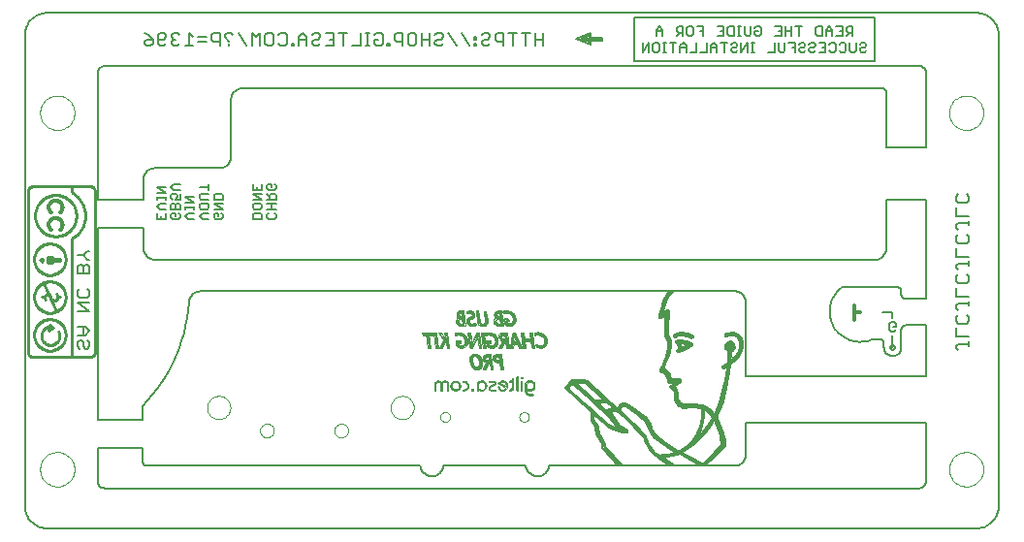
<source format=gbo>
G75*
G70*
%OFA0B0*%
%FSLAX24Y24*%
%IPPOS*%
%LPD*%
%AMOC8*
5,1,8,0,0,1.08239X$1,22.5*
%
%ADD10C,0.0050*%
%ADD11C,0.0080*%
%ADD12C,0.0000*%
%ADD13C,0.0060*%
%ADD14C,0.0120*%
%ADD15C,0.0070*%
%ADD16C,0.0100*%
%ADD17C,0.0010*%
%ADD18C,0.0040*%
%ADD19C,0.0020*%
D10*
X001677Y000927D02*
X033631Y000927D01*
X033630Y000927D02*
X033684Y000929D01*
X033738Y000934D01*
X033791Y000943D01*
X033844Y000956D01*
X033895Y000973D01*
X033945Y000993D01*
X033993Y001017D01*
X034040Y001044D01*
X034085Y001075D01*
X034127Y001108D01*
X034167Y001145D01*
X034204Y001184D01*
X034238Y001226D01*
X034269Y001270D01*
X034297Y001316D01*
X034321Y001364D01*
X034342Y001414D01*
X034360Y001465D01*
X034374Y001517D01*
X034384Y001570D01*
X034390Y001624D01*
X034392Y001677D01*
X034392Y017896D01*
X034392Y017895D02*
X034390Y017949D01*
X034383Y018003D01*
X034373Y018056D01*
X034360Y018108D01*
X034342Y018159D01*
X034321Y018209D01*
X034297Y018257D01*
X034269Y018303D01*
X034237Y018347D01*
X034203Y018388D01*
X034166Y018427D01*
X034126Y018464D01*
X034084Y018497D01*
X034040Y018528D01*
X033993Y018555D01*
X033945Y018578D01*
X033895Y018599D01*
X033843Y018615D01*
X033791Y018628D01*
X033738Y018637D01*
X033684Y018643D01*
X033631Y018644D01*
X001677Y018644D01*
X001624Y018642D01*
X001570Y018637D01*
X001518Y018627D01*
X001466Y018614D01*
X001415Y018597D01*
X001366Y018577D01*
X001318Y018553D01*
X001272Y018526D01*
X001228Y018495D01*
X001186Y018462D01*
X001147Y018425D01*
X001111Y018386D01*
X001077Y018345D01*
X001046Y018301D01*
X001019Y018255D01*
X000995Y018207D01*
X000975Y018158D01*
X000958Y018107D01*
X000944Y018055D01*
X000935Y018003D01*
X000929Y017949D01*
X000927Y017896D01*
X000927Y001677D01*
X000929Y001623D01*
X000935Y001570D01*
X000944Y001518D01*
X000957Y001466D01*
X000974Y001415D01*
X000995Y001365D01*
X001019Y001318D01*
X001046Y001272D01*
X001077Y001228D01*
X001110Y001186D01*
X001147Y001147D01*
X001186Y001110D01*
X001228Y001077D01*
X001272Y001046D01*
X001318Y001019D01*
X001365Y000995D01*
X001415Y000974D01*
X001466Y000957D01*
X001518Y000944D01*
X001570Y000935D01*
X001623Y000929D01*
X001677Y000927D01*
X003677Y002305D02*
X031642Y002305D01*
X031672Y002307D01*
X031702Y002312D01*
X031731Y002321D01*
X031758Y002334D01*
X031784Y002349D01*
X031808Y002368D01*
X031829Y002389D01*
X031848Y002413D01*
X031863Y002439D01*
X031876Y002466D01*
X031885Y002495D01*
X031890Y002525D01*
X031892Y002555D01*
X031892Y004570D01*
X025710Y004570D01*
X025710Y003477D01*
X025708Y003438D01*
X025702Y003399D01*
X025693Y003361D01*
X025680Y003324D01*
X025663Y003288D01*
X025643Y003255D01*
X025619Y003223D01*
X025593Y003194D01*
X025564Y003168D01*
X025532Y003144D01*
X025499Y003124D01*
X025463Y003107D01*
X025426Y003094D01*
X025388Y003085D01*
X025349Y003079D01*
X025310Y003077D01*
X018928Y003077D01*
X018928Y003078D02*
X018923Y003039D01*
X018914Y003001D01*
X018901Y002964D01*
X018885Y002929D01*
X018865Y002895D01*
X018842Y002863D01*
X018816Y002834D01*
X018787Y002808D01*
X018756Y002785D01*
X018722Y002764D01*
X018687Y002748D01*
X018650Y002734D01*
X018613Y002725D01*
X018574Y002719D01*
X018535Y002717D01*
X018496Y002719D01*
X018457Y002725D01*
X018420Y002734D01*
X018383Y002748D01*
X018348Y002764D01*
X018314Y002785D01*
X018283Y002808D01*
X018254Y002834D01*
X018228Y002863D01*
X018205Y002895D01*
X018185Y002929D01*
X018169Y002964D01*
X018156Y003001D01*
X018147Y003039D01*
X018142Y003078D01*
X018141Y003077D02*
X015298Y003077D01*
X015298Y003078D02*
X015293Y003039D01*
X015284Y003001D01*
X015271Y002964D01*
X015255Y002929D01*
X015235Y002895D01*
X015212Y002863D01*
X015186Y002834D01*
X015157Y002808D01*
X015126Y002785D01*
X015092Y002764D01*
X015057Y002748D01*
X015020Y002734D01*
X014983Y002725D01*
X014944Y002719D01*
X014905Y002717D01*
X014866Y002719D01*
X014827Y002725D01*
X014790Y002734D01*
X014753Y002748D01*
X014718Y002764D01*
X014684Y002785D01*
X014653Y002808D01*
X014624Y002834D01*
X014598Y002863D01*
X014575Y002895D01*
X014555Y002929D01*
X014539Y002964D01*
X014526Y003001D01*
X014517Y003039D01*
X014512Y003078D01*
X014511Y003077D02*
X005110Y003077D01*
X005085Y003082D01*
X005062Y003091D01*
X005039Y003103D01*
X005019Y003118D01*
X005001Y003136D01*
X004986Y003156D01*
X004974Y003178D01*
X004965Y003202D01*
X004960Y003227D01*
X004958Y003252D01*
X004960Y003277D01*
X004960Y003683D01*
X003427Y003683D01*
X003427Y002527D01*
X003431Y002499D01*
X003438Y002471D01*
X003448Y002444D01*
X003461Y002419D01*
X003477Y002396D01*
X003496Y002374D01*
X003517Y002355D01*
X003541Y002339D01*
X003566Y002326D01*
X003593Y002316D01*
X003620Y002309D01*
X003648Y002305D01*
X003677Y002305D01*
X003427Y004671D02*
X004960Y004671D01*
X004960Y005127D01*
X003427Y004671D02*
X003427Y011245D01*
X004994Y011245D01*
X004994Y010564D01*
X004996Y010525D01*
X005002Y010486D01*
X005011Y010448D01*
X005024Y010411D01*
X005041Y010375D01*
X005061Y010342D01*
X005085Y010310D01*
X005111Y010281D01*
X005140Y010255D01*
X005172Y010231D01*
X005205Y010211D01*
X005241Y010194D01*
X005278Y010181D01*
X005316Y010172D01*
X005355Y010166D01*
X005394Y010164D01*
X030138Y010164D01*
X030177Y010166D01*
X030216Y010172D01*
X030254Y010181D01*
X030291Y010194D01*
X030327Y010211D01*
X030360Y010231D01*
X030392Y010255D01*
X030421Y010281D01*
X030447Y010310D01*
X030471Y010342D01*
X030491Y010375D01*
X030508Y010411D01*
X030521Y010448D01*
X030530Y010486D01*
X030536Y010525D01*
X030538Y010564D01*
X030538Y012220D01*
X031892Y012220D01*
X031892Y008810D01*
X031192Y008810D01*
X031169Y008814D01*
X031147Y008821D01*
X031126Y008831D01*
X031107Y008844D01*
X031090Y008860D01*
X031076Y008878D01*
X031064Y008898D01*
X031055Y008919D01*
X031049Y008941D01*
X031046Y008964D01*
X031047Y008987D01*
X031046Y008988D02*
X031046Y009050D01*
X031046Y009073D01*
X031042Y009096D01*
X031036Y009118D01*
X031026Y009139D01*
X031014Y009158D01*
X030999Y009175D01*
X030981Y009190D01*
X030962Y009203D01*
X030941Y009212D01*
X030919Y009218D01*
X030896Y009222D01*
X029019Y009222D01*
X028969Y009184D01*
X028921Y009143D01*
X028876Y009099D01*
X028834Y009053D01*
X028794Y009004D01*
X028758Y008952D01*
X028725Y008899D01*
X028695Y008844D01*
X028668Y008787D01*
X028645Y008728D01*
X028626Y008668D01*
X028610Y008607D01*
X028598Y008546D01*
X028589Y008483D01*
X028585Y008420D01*
X028584Y008358D01*
X028587Y008295D01*
X028594Y008232D01*
X028605Y008170D01*
X028619Y008109D01*
X028637Y008049D01*
X028659Y007990D01*
X028684Y007932D01*
X028713Y007876D01*
X028745Y007822D01*
X028780Y007770D01*
X028818Y007720D01*
X028859Y007672D01*
X028904Y007627D01*
X028950Y007585D01*
X028999Y007546D01*
X029051Y007510D01*
X029104Y007477D01*
X029160Y007447D01*
X029217Y007421D01*
X029275Y007398D01*
X029335Y007379D01*
X029396Y007363D01*
X029458Y007351D01*
X029520Y007343D01*
X029583Y007339D01*
X029646Y007338D01*
X029709Y007342D01*
X029771Y007349D01*
X029833Y007360D01*
X029895Y007374D01*
X029955Y007392D01*
X030014Y007414D01*
X030071Y007440D01*
X030267Y007440D01*
X030293Y007438D01*
X030318Y007433D01*
X030342Y007424D01*
X030364Y007411D01*
X030385Y007396D01*
X030403Y007378D01*
X030418Y007357D01*
X030431Y007335D01*
X030440Y007311D01*
X030445Y007286D01*
X030447Y007260D01*
X030447Y007147D01*
X030448Y007147D02*
X030450Y007114D01*
X030455Y007080D01*
X030465Y007048D01*
X030478Y007017D01*
X030494Y006988D01*
X030513Y006961D01*
X030536Y006936D01*
X030561Y006913D01*
X030588Y006894D01*
X030617Y006878D01*
X030648Y006865D01*
X030680Y006855D01*
X030714Y006850D01*
X030747Y006848D01*
X030780Y006850D01*
X030814Y006855D01*
X030846Y006865D01*
X030877Y006878D01*
X030906Y006894D01*
X030933Y006913D01*
X030958Y006936D01*
X030981Y006961D01*
X031000Y006988D01*
X031016Y007017D01*
X031029Y007048D01*
X031039Y007080D01*
X031044Y007114D01*
X031046Y007147D01*
X031046Y007761D01*
X031047Y007761D02*
X031050Y007784D01*
X031057Y007806D01*
X031067Y007827D01*
X031080Y007847D01*
X031095Y007864D01*
X031113Y007879D01*
X031133Y007891D01*
X031154Y007901D01*
X031177Y007907D01*
X031200Y007910D01*
X031223Y007909D01*
X031223Y007910D02*
X031892Y007910D01*
X031892Y006158D01*
X025710Y006158D01*
X025710Y008677D01*
X025708Y008716D01*
X025702Y008755D01*
X025693Y008793D01*
X025680Y008830D01*
X025663Y008866D01*
X025643Y008899D01*
X025619Y008931D01*
X025593Y008960D01*
X025564Y008986D01*
X025532Y009010D01*
X025499Y009030D01*
X025463Y009047D01*
X025426Y009060D01*
X025388Y009069D01*
X025349Y009075D01*
X025310Y009077D01*
X006960Y009077D01*
X006921Y009075D01*
X006882Y009069D01*
X006844Y009060D01*
X006807Y009047D01*
X006771Y009030D01*
X006738Y009010D01*
X006706Y008986D01*
X006677Y008960D01*
X006651Y008931D01*
X006627Y008899D01*
X006607Y008866D01*
X006590Y008830D01*
X006577Y008793D01*
X006568Y008755D01*
X006562Y008716D01*
X006560Y008677D01*
X006538Y011564D02*
X006435Y011668D01*
X006538Y011771D01*
X006745Y011771D01*
X006745Y011896D02*
X006745Y011999D01*
X006745Y011947D02*
X006435Y011947D01*
X006435Y011896D02*
X006435Y011999D01*
X006435Y012117D02*
X006745Y012117D01*
X006435Y012324D01*
X006745Y012324D01*
X006927Y012279D02*
X006927Y012382D01*
X006978Y012434D01*
X007237Y012434D01*
X007237Y012559D02*
X007237Y012766D01*
X007237Y012662D02*
X006927Y012662D01*
X006927Y012279D02*
X006978Y012227D01*
X007237Y012227D01*
X007185Y012103D02*
X006978Y012103D01*
X006927Y012051D01*
X006927Y011947D01*
X006978Y011896D01*
X007185Y011896D01*
X007237Y011947D01*
X007237Y012051D01*
X007185Y012103D01*
X007419Y012103D02*
X007729Y011896D01*
X007419Y011896D01*
X007471Y011771D02*
X007574Y011771D01*
X007574Y011668D01*
X007677Y011771D02*
X007729Y011719D01*
X007729Y011616D01*
X007677Y011564D01*
X007471Y011564D01*
X007419Y011616D01*
X007419Y011719D01*
X007471Y011771D01*
X007237Y011771D02*
X007030Y011771D01*
X006927Y011668D01*
X007030Y011564D01*
X007237Y011564D01*
X006745Y011564D02*
X006538Y011564D01*
X006253Y011616D02*
X006201Y011564D01*
X005994Y011564D01*
X005942Y011616D01*
X005942Y011719D01*
X005994Y011771D01*
X006098Y011771D01*
X006098Y011668D01*
X006201Y011771D02*
X006253Y011719D01*
X006253Y011616D01*
X006253Y011896D02*
X005942Y011896D01*
X005942Y012051D01*
X005994Y012103D01*
X006046Y012103D01*
X006098Y012051D01*
X006098Y011896D01*
X006253Y011896D02*
X006253Y012051D01*
X006201Y012103D01*
X006149Y012103D01*
X006098Y012051D01*
X006098Y012227D02*
X006149Y012331D01*
X006149Y012382D01*
X006098Y012434D01*
X005994Y012434D01*
X005942Y012382D01*
X005942Y012279D01*
X005994Y012227D01*
X006098Y012227D02*
X006253Y012227D01*
X006253Y012434D01*
X006253Y012559D02*
X006046Y012559D01*
X005942Y012662D01*
X006046Y012766D01*
X006253Y012766D01*
X005761Y012655D02*
X005450Y012655D01*
X005761Y012448D01*
X005450Y012448D01*
X005450Y012331D02*
X005450Y012227D01*
X005450Y012279D02*
X005761Y012279D01*
X005761Y012227D02*
X005761Y012331D01*
X005761Y012103D02*
X005554Y012103D01*
X005450Y011999D01*
X005554Y011896D01*
X005761Y011896D01*
X005761Y011771D02*
X005761Y011564D01*
X005450Y011564D01*
X005450Y011771D01*
X005605Y011668D02*
X005605Y011564D01*
X004994Y012233D02*
X003427Y012233D01*
X003427Y016586D01*
X003429Y016616D01*
X003434Y016646D01*
X003443Y016675D01*
X003456Y016702D01*
X003471Y016728D01*
X003490Y016752D01*
X003511Y016773D01*
X003535Y016792D01*
X003561Y016807D01*
X003588Y016820D01*
X003617Y016829D01*
X003647Y016834D01*
X003677Y016836D01*
X031642Y016836D01*
X031672Y016834D01*
X031702Y016829D01*
X031731Y016820D01*
X031758Y016807D01*
X031784Y016792D01*
X031808Y016773D01*
X031829Y016752D01*
X031848Y016728D01*
X031863Y016702D01*
X031876Y016675D01*
X031885Y016646D01*
X031890Y016616D01*
X031892Y016586D01*
X031892Y014008D01*
X030538Y014008D01*
X030538Y015914D01*
X030536Y015937D01*
X030531Y015960D01*
X030522Y015982D01*
X030509Y016002D01*
X030494Y016020D01*
X030476Y016035D01*
X030456Y016048D01*
X030434Y016057D01*
X030411Y016062D01*
X030388Y016064D01*
X008410Y016064D01*
X008371Y016062D01*
X008332Y016056D01*
X008294Y016047D01*
X008257Y016034D01*
X008221Y016017D01*
X008188Y015997D01*
X008156Y015973D01*
X008127Y015947D01*
X008101Y015918D01*
X008077Y015886D01*
X008057Y015853D01*
X008040Y015817D01*
X008027Y015780D01*
X008018Y015742D01*
X008012Y015703D01*
X008010Y015664D01*
X008010Y013714D01*
X008008Y013675D01*
X008002Y013636D01*
X007993Y013598D01*
X007980Y013561D01*
X007963Y013525D01*
X007943Y013492D01*
X007919Y013460D01*
X007893Y013431D01*
X007864Y013405D01*
X007832Y013381D01*
X007799Y013361D01*
X007763Y013344D01*
X007726Y013331D01*
X007688Y013322D01*
X007649Y013316D01*
X007610Y013314D01*
X005394Y013314D01*
X005355Y013312D01*
X005316Y013306D01*
X005278Y013297D01*
X005241Y013284D01*
X005205Y013267D01*
X005172Y013247D01*
X005140Y013223D01*
X005111Y013197D01*
X005085Y013168D01*
X005061Y013136D01*
X005041Y013103D01*
X005024Y013067D01*
X005011Y013030D01*
X005002Y012992D01*
X004996Y012953D01*
X004994Y012914D01*
X004994Y012233D01*
X007419Y012227D02*
X007419Y012382D01*
X007471Y012434D01*
X007677Y012434D01*
X007729Y012382D01*
X007729Y012227D01*
X007419Y012227D01*
X007419Y012103D02*
X007729Y012103D01*
X008751Y012051D02*
X008803Y012103D01*
X009010Y012103D01*
X009062Y012051D01*
X009062Y011947D01*
X009010Y011896D01*
X008803Y011896D01*
X008751Y011947D01*
X008751Y012051D01*
X008751Y012227D02*
X009062Y012227D01*
X008751Y012434D01*
X009062Y012434D01*
X009062Y012559D02*
X008751Y012559D01*
X008751Y012766D01*
X008907Y012662D02*
X008907Y012559D01*
X009062Y012559D02*
X009062Y012766D01*
X009244Y012714D02*
X009295Y012766D01*
X009399Y012766D01*
X009399Y012662D01*
X009502Y012559D02*
X009295Y012559D01*
X009244Y012610D01*
X009244Y012714D01*
X009502Y012766D02*
X009554Y012714D01*
X009554Y012610D01*
X009502Y012559D01*
X009502Y012434D02*
X009399Y012434D01*
X009347Y012382D01*
X009347Y012227D01*
X009244Y012227D02*
X009554Y012227D01*
X009554Y012382D01*
X009502Y012434D01*
X009347Y012331D02*
X009244Y012434D01*
X009244Y012103D02*
X009554Y012103D01*
X009399Y012103D02*
X009399Y011896D01*
X009244Y011896D02*
X009554Y011896D01*
X009502Y011771D02*
X009554Y011719D01*
X009554Y011616D01*
X009502Y011564D01*
X009295Y011564D01*
X009244Y011616D01*
X009244Y011719D01*
X009295Y011771D01*
X009062Y011719D02*
X009062Y011564D01*
X008751Y011564D01*
X008751Y011719D01*
X008803Y011771D01*
X009010Y011771D01*
X009062Y011719D01*
X015717Y007633D02*
X015788Y007639D01*
X015861Y007635D01*
X015933Y007615D01*
X016012Y007571D01*
X016069Y007509D01*
X016099Y007430D01*
X016107Y007351D01*
X016102Y007294D01*
X016080Y007246D01*
X016051Y007212D01*
X016008Y007179D01*
X015966Y007158D01*
X015905Y007160D01*
X015849Y007163D01*
X015798Y007189D01*
X015776Y007208D01*
X015751Y007358D01*
X015748Y007362D01*
X015865Y007363D01*
X015867Y007365D01*
X015871Y007319D01*
X015795Y007320D01*
X015805Y007281D01*
X015813Y007232D01*
X015840Y007202D01*
X015863Y007198D01*
X015942Y007195D01*
X015986Y007205D01*
X016027Y007239D01*
X016056Y007286D01*
X016072Y007350D01*
X016066Y007404D01*
X016039Y007481D01*
X016005Y007527D01*
X015951Y007561D01*
X015884Y007590D01*
X015824Y007604D01*
X015775Y007602D01*
X015737Y007598D01*
X015719Y007590D01*
X015719Y007606D01*
X015721Y007632D02*
X015717Y007633D01*
X016763Y007632D02*
X016834Y007638D01*
X016907Y007634D01*
X016979Y007614D01*
X017058Y007570D01*
X017115Y007508D01*
X017145Y007429D01*
X017153Y007350D01*
X017148Y007293D01*
X017126Y007245D01*
X017097Y007211D01*
X017054Y007178D01*
X017012Y007157D01*
X016951Y007159D01*
X016895Y007162D01*
X016844Y007188D01*
X016822Y007207D01*
X016797Y007357D01*
X016794Y007361D01*
X016911Y007362D01*
X016913Y007364D01*
X016917Y007318D01*
X016841Y007319D01*
X016851Y007280D01*
X016859Y007231D01*
X016886Y007201D01*
X016909Y007197D01*
X016988Y007194D01*
X017032Y007204D01*
X017073Y007238D01*
X017102Y007285D01*
X017118Y007349D01*
X017112Y007403D01*
X017085Y007480D01*
X017051Y007526D01*
X016997Y007560D01*
X016930Y007589D01*
X016870Y007603D01*
X016821Y007601D01*
X016783Y007597D01*
X016765Y007589D01*
X016765Y007605D01*
X016767Y007631D02*
X016763Y007632D01*
X017433Y007960D02*
X017408Y008110D01*
X017405Y008114D01*
X017522Y008115D01*
X017524Y008117D01*
X017528Y008071D01*
X017452Y008072D01*
X017462Y008033D01*
X017470Y007984D01*
X017497Y007954D01*
X017520Y007950D01*
X017599Y007947D01*
X017643Y007957D01*
X017684Y007991D01*
X017713Y008038D01*
X017729Y008102D01*
X017723Y008156D01*
X017696Y008233D01*
X017662Y008279D01*
X017608Y008313D01*
X017541Y008342D01*
X017481Y008356D01*
X017432Y008354D01*
X017394Y008350D01*
X017376Y008342D01*
X017376Y008358D01*
X017378Y008384D02*
X017374Y008385D01*
X017445Y008391D01*
X017518Y008387D01*
X017590Y008367D01*
X017669Y008323D01*
X017726Y008261D01*
X017756Y008182D01*
X017764Y008103D01*
X017759Y008046D01*
X017737Y007998D01*
X017708Y007964D01*
X017665Y007931D01*
X017623Y007910D01*
X017562Y007912D01*
X017506Y007915D01*
X017455Y007941D01*
X017433Y007960D01*
X017706Y007634D02*
X017921Y007161D01*
X017935Y007159D01*
X017946Y007172D02*
X017969Y007157D01*
X017752Y007631D01*
X017706Y007634D01*
X017699Y007593D02*
X017622Y007157D01*
X017667Y007157D01*
X017739Y007543D01*
X017741Y007333D02*
X017714Y007297D01*
X017833Y007299D01*
X017847Y007335D02*
X017792Y007333D01*
X017741Y007333D01*
X018090Y007419D02*
X018101Y007382D01*
X018303Y007387D01*
X018295Y007419D02*
X018090Y007419D01*
X018295Y007419D02*
X018321Y007428D01*
X018344Y007634D02*
X018412Y007157D01*
X018370Y007154D01*
X018299Y007640D01*
X018316Y007637D01*
X018455Y007636D02*
X018456Y007596D01*
X018506Y007608D01*
X018557Y007603D01*
X018611Y007594D01*
X018670Y007573D01*
X018735Y007530D01*
X018776Y007486D01*
X018776Y007476D01*
X018794Y007430D01*
X018805Y007366D01*
X018800Y007307D01*
X018761Y007231D01*
X018749Y007231D01*
X018698Y007201D01*
X018638Y007197D01*
X018586Y007203D01*
X018538Y007216D01*
X018502Y007236D01*
X018508Y007213D01*
X018514Y007187D02*
X018582Y007165D01*
X018636Y007163D01*
X018695Y007164D01*
X018727Y007175D01*
X018770Y007198D01*
X018803Y007236D01*
X018836Y007311D01*
X018835Y007393D01*
X018830Y007449D01*
X018808Y007500D01*
X018751Y007566D01*
X018696Y007603D01*
X018610Y007633D01*
X018575Y007641D01*
X018496Y007638D01*
X018455Y007636D01*
X018044Y007636D02*
X018041Y007621D01*
X018044Y007636D02*
X018112Y007155D01*
X018068Y007160D01*
X017996Y007636D01*
X018020Y007633D01*
X016564Y006779D02*
X016531Y006833D01*
X016484Y006878D01*
X016429Y006902D01*
X016367Y006907D01*
X016338Y006899D01*
X016307Y006886D01*
X016288Y006873D01*
X016289Y006818D01*
X016273Y006784D01*
X016269Y006699D01*
X016297Y006581D01*
X016330Y006522D01*
X016376Y006481D01*
X016428Y006456D01*
X016494Y006450D01*
X016530Y006475D01*
X016564Y006517D01*
X016581Y006581D01*
X016576Y006585D01*
X016572Y006648D01*
X016542Y006734D01*
X016510Y006798D01*
X016482Y006836D01*
X016449Y006858D01*
X016403Y006868D01*
X016371Y006866D01*
X016330Y006862D01*
X016307Y006838D01*
X016273Y006859D02*
X016253Y006829D01*
X016238Y006781D01*
X016233Y006736D01*
X016233Y006688D01*
X016254Y006605D01*
X016273Y006553D01*
X016293Y006511D01*
X016325Y006477D01*
X016363Y006442D01*
X016401Y006426D01*
X016439Y006415D01*
X016473Y006416D01*
X016506Y006422D01*
X016539Y006434D01*
X016583Y006473D01*
X016605Y006516D01*
X016616Y006568D01*
X016610Y006631D01*
X016597Y006691D01*
X016564Y006779D01*
X017210Y005917D02*
X017385Y005819D01*
X017583Y005682D02*
X017598Y005684D01*
X017640Y005696D01*
X017671Y005717D01*
X017690Y005772D01*
X017692Y006070D01*
X017674Y005980D02*
X017581Y005979D01*
X017838Y006137D02*
X017840Y005685D01*
X017988Y005687D02*
X017988Y005977D01*
X018142Y005905D02*
X018131Y005852D01*
X018130Y005646D01*
X018145Y005610D01*
X018173Y005571D01*
X018208Y005538D01*
X018263Y005520D01*
X018316Y005522D01*
X018361Y005531D01*
X018312Y005683D02*
X018258Y005678D01*
X018220Y005690D01*
X018312Y005683D02*
X018356Y005697D01*
X018392Y005732D01*
X018417Y005792D01*
X018428Y005849D01*
X018415Y005885D01*
X018390Y005941D01*
X018336Y005975D01*
X018293Y005989D01*
X018227Y005981D01*
X018180Y005953D01*
X018142Y005905D01*
X019505Y005741D02*
X020365Y004964D01*
X020383Y004918D01*
X020386Y004630D01*
X020504Y004471D01*
X020530Y004407D01*
X020543Y004350D01*
X020560Y004187D01*
X020569Y004146D01*
X020678Y003992D01*
X020722Y003906D01*
X020749Y003845D01*
X020767Y003793D01*
X020774Y003753D01*
X020779Y003693D01*
X021296Y003100D01*
X021440Y003100D01*
X021345Y003130D01*
X020847Y003707D01*
X020817Y003703D01*
X021317Y003115D01*
X020815Y003742D01*
X020703Y004004D01*
X020594Y004177D01*
X020531Y004483D01*
X020555Y004478D01*
X020606Y004358D01*
X020633Y004170D01*
X020694Y004060D01*
X020795Y003933D01*
X020839Y003750D01*
X020727Y003954D01*
X020550Y004382D01*
X020516Y004538D01*
X020419Y004652D01*
X020414Y004953D01*
X020347Y005008D01*
X019683Y005616D01*
X019545Y005755D01*
X019707Y005928D01*
X019741Y005975D01*
X019918Y005872D01*
X021041Y004871D01*
X021298Y004493D01*
X021430Y004369D01*
X021593Y004275D01*
X021524Y004267D01*
X021411Y004272D01*
X021311Y004305D01*
X021141Y004369D01*
X020954Y004468D01*
X020785Y004616D01*
X020521Y004863D01*
X021075Y004387D01*
X021239Y004370D01*
X021330Y004340D01*
X021411Y004314D01*
X021507Y004302D01*
X021351Y004369D01*
X021256Y004394D01*
X021344Y004402D01*
X021258Y004430D01*
X021365Y004398D01*
X021273Y004476D01*
X021018Y004853D01*
X021263Y004440D01*
X021017Y004806D01*
X019757Y005923D01*
X019843Y005891D01*
X021058Y004808D01*
X020940Y004975D01*
X021114Y005056D01*
X021104Y005085D01*
X021088Y005109D01*
X020954Y005231D01*
X020933Y005246D01*
X020670Y005241D01*
X020681Y005229D01*
X020541Y005330D01*
X020793Y005330D01*
X020787Y005354D01*
X020783Y005373D01*
X020217Y005896D01*
X020179Y005914D01*
X019929Y005914D01*
X019784Y005985D01*
X020177Y005980D01*
X020244Y005944D01*
X019901Y005953D01*
X020250Y005936D01*
X020287Y005893D01*
X021221Y005078D01*
X020342Y005806D01*
X021307Y004962D01*
X021233Y005050D01*
X021242Y004980D01*
X021136Y004982D01*
X021078Y004952D01*
X021040Y004899D01*
X020993Y004946D01*
X021043Y004993D01*
X021115Y005036D01*
X021137Y005072D01*
X021204Y005024D01*
X021148Y005016D01*
X021112Y004996D01*
X021060Y004962D01*
X021020Y004921D01*
X021067Y004889D02*
X021078Y004920D01*
X021098Y004940D01*
X021119Y004952D01*
X021158Y004954D01*
X021198Y004958D01*
X021225Y004957D01*
X021250Y004954D01*
X021279Y004948D01*
X021306Y004934D01*
X021338Y004914D01*
X021444Y004823D01*
X021553Y004724D01*
X021702Y004581D01*
X021979Y004295D01*
X022192Y004063D01*
X022219Y003988D01*
X022240Y003926D01*
X022325Y003750D01*
X022403Y003631D01*
X022531Y003489D01*
X022738Y003328D01*
X023079Y003098D01*
X023231Y003099D01*
X023228Y003111D01*
X023100Y003202D01*
X022990Y003274D01*
X022894Y003333D01*
X022687Y003443D01*
X022576Y003540D01*
X022497Y003630D01*
X022434Y003710D01*
X022371Y003801D01*
X022316Y003913D01*
X022272Y004020D01*
X022257Y004084D01*
X022234Y004120D01*
X021970Y004416D01*
X021711Y004671D01*
X021502Y004862D01*
X021427Y004930D01*
X021406Y004956D01*
X021395Y004995D01*
X021409Y005048D01*
X021432Y005092D01*
X021466Y005122D01*
X021503Y005128D01*
X021545Y005127D01*
X021598Y005111D01*
X021636Y005079D01*
X021988Y004814D01*
X022101Y004739D01*
X022186Y004657D01*
X022261Y004580D01*
X022312Y004500D01*
X022373Y004385D01*
X022408Y004281D01*
X022426Y004211D01*
X022482Y004112D01*
X022531Y004050D01*
X023222Y003569D01*
X023232Y003530D01*
X023180Y003501D01*
X023053Y003471D01*
X022907Y003445D01*
X022708Y003436D01*
X022664Y003428D01*
X022445Y003628D01*
X022330Y003807D01*
X022244Y004029D01*
X022213Y004085D01*
X022051Y004279D01*
X021871Y004462D01*
X021498Y004823D01*
X021327Y004983D01*
X021272Y005070D01*
X020257Y005980D01*
X020214Y005998D01*
X020177Y006012D01*
X019737Y006015D01*
X019718Y006010D01*
X019508Y005768D01*
X019505Y005741D01*
X019591Y005737D02*
X019741Y005903D01*
X020034Y005647D01*
X021009Y004762D01*
X021215Y004455D01*
X021239Y004419D01*
X021221Y004392D01*
X021192Y004391D01*
X021166Y004399D01*
X021048Y004451D01*
X020961Y004506D01*
X020882Y004574D01*
X020456Y004957D01*
X020499Y004832D01*
X020729Y004622D01*
X020853Y004514D01*
X020963Y004429D01*
X021066Y004370D01*
X021232Y004300D01*
X021356Y004262D01*
X021471Y004238D01*
X021513Y004233D01*
X021622Y004231D01*
X021629Y004235D01*
X021629Y004275D01*
X021616Y004309D01*
X021594Y004317D01*
X021545Y004343D01*
X021483Y004381D01*
X021380Y004467D01*
X021304Y004553D01*
X021237Y004642D01*
X021194Y004714D01*
X021167Y004755D01*
X021116Y004818D01*
X021090Y004844D01*
X021075Y004867D01*
X021067Y004889D01*
X021331Y005032D02*
X021374Y004982D01*
X021354Y005070D01*
X021380Y005139D01*
X021437Y005202D01*
X021545Y005198D01*
X021677Y005158D01*
X022080Y004830D01*
X022029Y004828D01*
X021754Y005044D01*
X021644Y005124D01*
X021588Y005144D01*
X021508Y005160D01*
X021446Y005157D01*
X021406Y005119D01*
X021392Y005056D01*
X021331Y005032D02*
X021307Y005084D01*
X021323Y005105D01*
X021351Y005160D01*
X021388Y005198D01*
X021430Y005224D01*
X021470Y005231D01*
X021569Y005230D01*
X021644Y005198D01*
X021735Y005136D01*
X021881Y005019D01*
X022105Y004857D01*
X022248Y004750D01*
X022424Y004513D01*
X022480Y004348D01*
X022510Y004268D01*
X022458Y004269D02*
X022607Y004076D01*
X022690Y004013D01*
X022628Y004006D01*
X022526Y004122D01*
X022452Y004214D01*
X022413Y004351D01*
X022378Y004456D01*
X022332Y004544D01*
X022250Y004642D01*
X022188Y004700D01*
X022040Y004812D01*
X022086Y004815D02*
X022226Y004723D01*
X022413Y004485D01*
X022458Y004269D01*
X022484Y004323D02*
X022553Y004191D01*
X022648Y004081D01*
X022817Y003963D01*
X023004Y003836D01*
X023365Y003602D01*
X023429Y003563D01*
X023408Y003551D02*
X023261Y003486D01*
X023132Y003451D01*
X022999Y003426D01*
X022898Y003391D01*
X022868Y003369D01*
X022812Y003407D01*
X022887Y003399D01*
X023297Y003518D01*
X023421Y003595D01*
X023587Y003682D01*
X023695Y003771D01*
X023804Y003870D01*
X023931Y004031D01*
X024019Y004175D01*
X024074Y004291D01*
X024118Y004415D01*
X024159Y004572D01*
X024182Y004720D01*
X024200Y004980D01*
X024174Y005055D01*
X024183Y005026D01*
X024165Y005044D01*
X024117Y005058D01*
X024064Y005069D01*
X023985Y005080D01*
X023893Y005084D01*
X023822Y005091D01*
X023756Y005084D01*
X023627Y005071D01*
X023544Y005072D01*
X023492Y005084D01*
X023434Y005114D01*
X023410Y005136D01*
X023337Y005210D01*
X023302Y005274D01*
X023277Y005323D01*
X023266Y005348D01*
X023259Y005440D01*
X023259Y005519D01*
X023257Y005594D01*
X023228Y005664D01*
X023195Y005698D01*
X023168Y005726D01*
X023130Y005750D01*
X023110Y005775D01*
X023119Y005814D01*
X023174Y005850D01*
X023225Y005881D01*
X023270Y005919D01*
X023229Y005909D01*
X023213Y005940D01*
X023197Y005937D01*
X023061Y005937D01*
X023041Y005950D01*
X023033Y005970D01*
X023031Y006036D01*
X023008Y006121D01*
X022945Y006211D01*
X022897Y006262D01*
X022838Y006294D01*
X022800Y006306D01*
X022750Y006340D01*
X022760Y006389D01*
X022850Y006550D01*
X022913Y006688D01*
X022958Y006810D01*
X023006Y006988D01*
X023030Y007098D01*
X023033Y007218D01*
X023032Y007323D01*
X023003Y007411D01*
X022943Y007528D01*
X022937Y007571D01*
X022935Y007655D01*
X022939Y008211D01*
X022903Y008211D01*
X022871Y008194D01*
X022796Y008150D01*
X022777Y008142D01*
X022747Y008150D01*
X022722Y008180D01*
X022736Y008244D01*
X022820Y008576D01*
X022872Y008741D01*
X022921Y008865D01*
X023026Y009047D01*
X023150Y009049D01*
X023084Y008964D01*
X022993Y008815D01*
X022957Y008724D01*
X022925Y008623D01*
X022897Y008511D01*
X022878Y008416D01*
X022891Y008393D01*
X022934Y008405D01*
X022988Y008428D01*
X023014Y008431D01*
X023048Y008423D01*
X023060Y008402D01*
X023050Y008307D01*
X023027Y007922D01*
X023019Y007669D01*
X023027Y007681D01*
X023047Y007604D01*
X023073Y007533D01*
X023099Y007467D01*
X023117Y007406D01*
X023126Y007319D01*
X023125Y007163D01*
X023104Y007040D01*
X023054Y006861D01*
X023002Y006715D01*
X022943Y006591D01*
X022885Y006464D01*
X022880Y006428D01*
X022927Y006389D01*
X022994Y006338D01*
X023055Y006281D01*
X023085Y006216D01*
X023112Y006165D01*
X023130Y006081D01*
X023138Y006051D01*
X023446Y006048D01*
X023474Y006025D01*
X023480Y005997D01*
X023471Y005980D01*
X023458Y005959D01*
X023254Y005818D01*
X023300Y005755D01*
X023345Y005667D01*
X023362Y005572D01*
X023361Y005377D01*
X023391Y005315D01*
X023458Y005239D01*
X023510Y005215D01*
X023573Y005198D01*
X023678Y005195D01*
X023940Y005199D01*
X024191Y005160D01*
X024294Y005124D01*
X024412Y005057D01*
X024490Y004997D01*
X024540Y004945D01*
X024583Y004874D01*
X024556Y004728D01*
X024513Y004823D01*
X024442Y004900D01*
X024368Y004969D01*
X024320Y005004D01*
X024275Y005000D01*
X024276Y004950D01*
X024267Y004774D01*
X024242Y004622D01*
X024202Y004444D01*
X024172Y004352D01*
X024114Y004194D01*
X024089Y004154D01*
X024122Y004137D01*
X024067Y004183D01*
X024128Y004342D01*
X024207Y004610D01*
X024228Y004763D01*
X024234Y005007D01*
X024256Y005041D01*
X024339Y005041D01*
X024428Y004947D01*
X024527Y004832D01*
X024557Y004830D01*
X024553Y004893D01*
X024527Y004888D01*
X024517Y004928D01*
X024499Y004924D01*
X024397Y005030D01*
X024352Y005063D01*
X024199Y005116D01*
X023919Y005162D01*
X023682Y005166D01*
X023511Y005171D01*
X023403Y005233D01*
X023363Y005301D01*
X023336Y005344D01*
X023321Y005552D01*
X023300Y005680D01*
X023276Y005729D01*
X023233Y005818D01*
X023226Y005843D01*
X023438Y005985D01*
X023441Y006012D01*
X023129Y006017D01*
X023094Y006058D01*
X023072Y006156D01*
X022986Y006298D01*
X022886Y006381D01*
X022852Y006431D01*
X022855Y006469D01*
X023013Y006843D01*
X023090Y007190D01*
X023078Y007357D01*
X023064Y007136D01*
X023080Y007387D01*
X022992Y007672D01*
X022967Y007656D01*
X023052Y007355D01*
X022962Y007575D01*
X022978Y008390D01*
X023030Y008396D01*
X022981Y007683D01*
X022940Y008316D01*
X022936Y008392D01*
X022892Y008240D01*
X022917Y008250D01*
X022775Y008174D01*
X022759Y008223D01*
X022854Y008491D01*
X022915Y008703D01*
X023081Y009026D01*
X023037Y009017D01*
X022884Y008717D01*
X022814Y008454D01*
X022781Y008218D01*
X022863Y008250D01*
X022893Y008368D01*
X022851Y008407D01*
X022842Y008306D01*
X022817Y008239D01*
X023377Y007631D02*
X023433Y007647D01*
X023564Y007647D01*
X023633Y007635D01*
X023724Y007620D01*
X023799Y007592D01*
X023865Y007565D01*
X023890Y007533D01*
X023890Y007504D01*
X023869Y007481D01*
X023845Y007473D01*
X023812Y007481D01*
X023765Y007504D01*
X023705Y007532D01*
X023725Y007554D02*
X023637Y007570D01*
X023480Y007570D01*
X023355Y007559D01*
X023265Y007533D01*
X023246Y007572D01*
X023362Y007595D01*
X023538Y007603D01*
X023683Y007598D01*
X023867Y007521D01*
X023827Y007515D02*
X023655Y007536D01*
X023547Y007553D01*
X023459Y007553D01*
X023402Y007546D01*
X023346Y007536D01*
X023305Y007524D01*
X023286Y007507D01*
X023262Y007505D01*
X023240Y007518D01*
X023222Y007543D01*
X023226Y007565D01*
X023236Y007586D01*
X023255Y007595D01*
X023307Y007615D01*
X023377Y007631D01*
X023346Y007387D02*
X023316Y007375D01*
X023300Y007356D01*
X023298Y007335D01*
X023313Y007313D01*
X023338Y007300D01*
X023368Y007283D01*
X023389Y007100D01*
X023375Y007078D01*
X023353Y007056D01*
X023347Y007034D01*
X023355Y007004D01*
X023369Y006984D01*
X023397Y006983D01*
X023431Y006983D01*
X023715Y007136D01*
X023848Y007217D01*
X023867Y007234D01*
X023867Y007269D01*
X023869Y007283D02*
X023847Y007299D01*
X023773Y007322D01*
X023689Y007343D01*
X023613Y007365D01*
X023522Y007381D01*
X023476Y007387D01*
X023346Y007387D01*
X023337Y007351D02*
X023398Y007298D01*
X023496Y007286D01*
X023658Y007270D01*
X023825Y007250D01*
X023544Y007311D01*
X023403Y007323D01*
X023432Y007353D02*
X023337Y007351D01*
X023432Y007353D02*
X023531Y007350D01*
X023843Y007268D01*
X023790Y007228D02*
X023782Y007210D01*
X023644Y007164D01*
X023570Y007136D01*
X023500Y007081D01*
X023453Y007034D01*
X023591Y007108D01*
X023709Y007163D01*
X023685Y007219D02*
X023722Y007226D01*
X023790Y007228D01*
X023685Y007219D02*
X023487Y007120D01*
X023424Y007058D01*
X023443Y007045D02*
X023471Y007137D01*
X023467Y007311D01*
X023432Y007264D02*
X023435Y007136D01*
X023483Y007126D02*
X023464Y007221D01*
X023432Y007264D02*
X023408Y007258D01*
X023416Y007081D01*
X023401Y007052D01*
X023381Y007024D01*
X023412Y007009D01*
X023443Y007045D01*
X023668Y007215D02*
X023668Y007292D01*
X024995Y007199D02*
X024995Y007139D01*
X025007Y007104D01*
X025027Y007077D01*
X025058Y007041D01*
X025090Y007013D01*
X025108Y006999D01*
X025093Y006615D01*
X025059Y006585D01*
X024994Y006542D01*
X024931Y006514D01*
X024905Y006495D01*
X024897Y006478D01*
X024910Y006443D01*
X024917Y006424D01*
X024939Y006420D01*
X024968Y006427D01*
X025003Y006443D01*
X025017Y006449D01*
X025213Y006579D01*
X025345Y006691D01*
X025456Y006827D01*
X025550Y007012D01*
X025592Y007161D01*
X025597Y007308D01*
X025561Y007441D01*
X025478Y007553D01*
X025369Y007625D01*
X025263Y007651D01*
X025196Y007651D01*
X025122Y007638D01*
X025082Y007626D01*
X025016Y007623D01*
X024997Y007610D01*
X024990Y007597D01*
X024988Y007557D01*
X024999Y007538D01*
X025014Y007531D01*
X025035Y007529D01*
X025067Y007535D01*
X025142Y007543D01*
X025227Y007548D01*
X025291Y007542D01*
X025355Y007525D01*
X025414Y007482D01*
X025475Y007398D01*
X025494Y007329D01*
X025501Y007275D01*
X025482Y007139D01*
X025450Y007023D01*
X025359Y006865D01*
X025237Y006743D01*
X025204Y006709D01*
X025207Y006615D01*
X025447Y006868D01*
X025545Y007105D01*
X025553Y007306D01*
X025536Y007446D01*
X025465Y007526D01*
X025322Y007593D01*
X025237Y007619D01*
X025128Y007614D01*
X025055Y007593D01*
X025009Y007585D01*
X025053Y007556D01*
X025132Y007575D01*
X025274Y007581D01*
X025390Y007542D01*
X025478Y007440D01*
X025503Y007432D01*
X025512Y007318D01*
X025521Y007209D01*
X025512Y007081D01*
X025470Y006994D01*
X025407Y006872D01*
X025230Y006684D01*
X025104Y006539D01*
X024991Y006477D01*
X024908Y006445D01*
X024954Y006491D01*
X025058Y006543D01*
X025118Y006593D01*
X025136Y006632D01*
X025136Y006957D01*
X025159Y007002D01*
X025176Y006795D01*
X025175Y007022D01*
X025238Y007074D01*
X025275Y007137D01*
X025259Y007245D01*
X025215Y007321D01*
X025138Y007319D01*
X025082Y007295D01*
X025030Y007237D01*
X025026Y007181D01*
X025065Y007106D01*
X025130Y007032D01*
X025030Y007115D01*
X025052Y007220D01*
X025109Y007278D01*
X025182Y007289D01*
X025203Y007246D01*
X025239Y007164D01*
X025237Y007117D01*
X025188Y007069D01*
X025166Y007044D01*
X025139Y007103D01*
X025077Y007128D01*
X025071Y007172D01*
X025077Y007219D01*
X025129Y007249D01*
X025178Y007222D01*
X025199Y007141D01*
X025200Y007127D01*
X025182Y007103D01*
X025126Y007081D01*
X025112Y007175D01*
X025150Y007266D01*
X025168Y007169D01*
X025153Y007112D01*
X025162Y007191D01*
X025081Y006468D01*
X025059Y006436D01*
X025028Y006204D01*
X024995Y006015D01*
X024874Y005522D01*
X024795Y005273D01*
X024682Y004991D01*
X024617Y004864D01*
X024525Y004660D01*
X024384Y004453D01*
X024247Y004256D01*
X024118Y004102D01*
X024120Y004040D01*
X024302Y004273D01*
X024579Y004690D01*
X024860Y005336D01*
X024959Y005751D01*
X025093Y006437D01*
X025141Y006483D01*
X025091Y006200D01*
X024960Y005534D01*
X024944Y005548D01*
X024893Y005330D01*
X024776Y005034D01*
X024591Y004663D01*
X024488Y004491D01*
X024253Y004165D01*
X024048Y003973D01*
X023737Y003718D01*
X023408Y003551D01*
X023343Y003568D02*
X022697Y003965D01*
X023297Y003556D01*
X023269Y003530D01*
X023239Y003570D01*
X023343Y003568D02*
X022681Y004004D01*
X023369Y003484D02*
X023531Y003571D01*
X023700Y003665D01*
X023930Y003822D01*
X024138Y004008D01*
X024298Y004181D01*
X024453Y004378D01*
X024605Y004623D01*
X024722Y004825D01*
X024817Y005026D01*
X024920Y005305D01*
X025006Y005583D01*
X025078Y005924D01*
X025139Y006281D01*
X025172Y006550D01*
X025201Y006998D01*
X025252Y007036D01*
X025297Y007091D01*
X025314Y007130D01*
X025312Y007210D01*
X025294Y007270D01*
X025267Y007312D01*
X025230Y007337D01*
X025186Y007351D01*
X025138Y007351D01*
X025093Y007337D01*
X025049Y007305D01*
X025012Y007260D01*
X024995Y007199D01*
X022967Y006279D02*
X022831Y006385D01*
X022795Y006369D02*
X022827Y006331D01*
X022929Y006278D01*
X022994Y006212D01*
X023049Y006115D01*
X023075Y006013D01*
X023074Y005969D01*
X022967Y006279D01*
X022795Y006369D02*
X022829Y006448D01*
X023107Y006002D02*
X023341Y005934D01*
X023175Y005816D01*
X023139Y005784D01*
X023215Y005797D01*
X023280Y005602D01*
X023179Y005774D01*
X023288Y005590D01*
X023305Y005340D01*
X023385Y005223D01*
X023478Y005122D01*
X023647Y005092D01*
X023823Y005113D01*
X023975Y005113D01*
X024139Y005096D01*
X024289Y005060D01*
X023775Y005145D01*
X023484Y005151D01*
X023711Y005113D01*
X024215Y005069D02*
X024211Y004992D01*
X024708Y004811D02*
X024654Y004637D01*
X024636Y004615D01*
X024734Y004398D01*
X024817Y004129D01*
X024847Y004005D01*
X024874Y003858D01*
X024867Y003799D01*
X024867Y003789D02*
X024855Y003790D01*
X024250Y003161D01*
X024293Y003156D01*
X024883Y003773D01*
X024314Y003135D01*
X024963Y003778D01*
X024911Y003757D01*
X024863Y003726D01*
X024909Y003798D01*
X024836Y004210D01*
X024770Y004435D01*
X024674Y004604D01*
X024704Y004681D01*
X024727Y004647D01*
X024850Y004363D01*
X024925Y004108D01*
X024977Y003835D01*
X024941Y003791D01*
X024925Y003937D01*
X024882Y004156D01*
X024809Y004383D01*
X024711Y004638D01*
X024738Y004688D02*
X024842Y004465D01*
X024929Y004199D01*
X024987Y003969D01*
X025009Y003769D01*
X024964Y003737D01*
X024526Y003290D01*
X024397Y003175D01*
X024354Y003128D01*
X024358Y003119D02*
X024236Y003156D01*
X024185Y003154D01*
X024190Y003125D01*
X024260Y003124D01*
X024189Y003157D02*
X024145Y003096D01*
X023496Y003446D01*
X023417Y003483D01*
X023327Y003473D01*
X023302Y003465D02*
X023369Y003484D01*
X023302Y003465D02*
X023213Y003434D01*
X023012Y003378D01*
X022925Y003367D01*
X022904Y003349D01*
X022915Y003363D02*
X022883Y003331D01*
X022691Y003408D02*
X023096Y003130D01*
X023154Y003127D02*
X022691Y003408D01*
X023466Y003510D02*
X023495Y003492D01*
X024145Y003143D01*
X024147Y003103D02*
X024158Y003096D01*
X024376Y003098D01*
X024358Y003119D01*
X024189Y003157D02*
X023574Y003482D01*
X023507Y003542D01*
X023518Y003548D01*
X023466Y003510D01*
X023643Y003696D02*
X023945Y003917D01*
X024101Y004063D01*
X024075Y004123D01*
X024052Y004087D01*
X023971Y003988D01*
X023935Y003968D02*
X023826Y003836D01*
X023705Y003739D01*
X023643Y003696D01*
X023935Y003968D02*
X024066Y004183D01*
X024738Y004688D02*
X024716Y004747D01*
X024708Y004811D01*
X023386Y005980D02*
X023107Y006002D01*
X023110Y005970D02*
X023386Y005980D01*
X020911Y005278D02*
X020671Y005273D01*
X020616Y005302D01*
X020767Y005297D01*
X020840Y005298D01*
X020826Y005343D01*
X020862Y005306D01*
X020458Y004956D02*
X020402Y005008D01*
X020043Y005327D01*
X019609Y005715D01*
X019591Y005737D01*
X020458Y004956D02*
X020458Y004697D01*
X020465Y004678D01*
X020478Y004651D01*
X020528Y004572D01*
X020589Y004481D01*
X020630Y004403D01*
X020631Y004316D01*
X020649Y004217D01*
X020675Y004158D01*
X020718Y004099D01*
X020769Y004027D01*
X020807Y003952D01*
X020852Y003826D01*
X020858Y003785D01*
X020868Y003740D01*
X020903Y003689D01*
X021053Y003512D01*
X021297Y003248D01*
X021363Y003180D01*
X021426Y003109D01*
X032917Y007123D02*
X032917Y007198D01*
X032992Y007274D01*
X033367Y007274D01*
X033367Y007349D02*
X033367Y007198D01*
X032992Y007048D02*
X032917Y007123D01*
X032917Y007509D02*
X032917Y007809D01*
X032992Y007969D02*
X032917Y008044D01*
X032917Y008194D01*
X032992Y008269D01*
X032992Y008429D02*
X032917Y008505D01*
X032917Y008580D01*
X032992Y008655D01*
X033367Y008655D01*
X033367Y008580D02*
X033367Y008730D01*
X033367Y008890D02*
X032917Y008890D01*
X032917Y009190D01*
X032992Y009350D02*
X032917Y009425D01*
X032917Y009575D01*
X032992Y009651D01*
X032992Y009811D02*
X032917Y009886D01*
X032917Y009961D01*
X032992Y010036D01*
X033367Y010036D01*
X033367Y009961D02*
X033367Y010111D01*
X033367Y010271D02*
X032917Y010271D01*
X032917Y010571D01*
X032992Y010731D02*
X032917Y010807D01*
X032917Y010957D01*
X032992Y011032D01*
X032992Y011192D02*
X032917Y011267D01*
X032917Y011342D01*
X032992Y011417D01*
X033367Y011417D01*
X033367Y011342D02*
X033367Y011492D01*
X033367Y011652D02*
X032917Y011652D01*
X032917Y011952D01*
X032992Y012113D02*
X032917Y012188D01*
X032917Y012338D01*
X032992Y012413D01*
X033292Y012413D02*
X033367Y012338D01*
X033367Y012188D01*
X033292Y012113D01*
X032992Y012113D01*
X033292Y011032D02*
X033367Y010957D01*
X033367Y010807D01*
X033292Y010731D01*
X032992Y010731D01*
X033292Y009651D02*
X033367Y009575D01*
X033367Y009425D01*
X033292Y009350D01*
X032992Y009350D01*
X033292Y008269D02*
X033367Y008194D01*
X033367Y008044D01*
X033292Y007969D01*
X032992Y007969D01*
X032917Y007509D02*
X033367Y007509D01*
X006560Y008677D02*
X006534Y008413D01*
X006496Y008151D01*
X006446Y007891D01*
X006384Y007633D01*
X006310Y007379D01*
X006224Y007129D01*
X006126Y006882D01*
X006017Y006641D01*
X005897Y006404D01*
X005767Y006174D01*
X005625Y005950D01*
X005473Y005733D01*
X005312Y005523D01*
X005141Y005321D01*
X004960Y005127D01*
D11*
X003068Y007107D02*
X002998Y007107D01*
X002928Y007177D01*
X002928Y007317D01*
X002858Y007387D01*
X002787Y007387D01*
X002717Y007317D01*
X002717Y007177D01*
X002787Y007107D01*
X003068Y007107D02*
X003138Y007177D01*
X003138Y007317D01*
X003068Y007387D01*
X002998Y007567D02*
X002717Y007567D01*
X002928Y007567D02*
X002928Y007848D01*
X002998Y007848D02*
X002717Y007848D01*
X002998Y007848D02*
X003138Y007708D01*
X002998Y007567D01*
X003138Y008407D02*
X002717Y008407D01*
X002717Y008687D02*
X003138Y008407D01*
X003138Y008687D02*
X002717Y008687D01*
X002787Y008867D02*
X002717Y008937D01*
X002717Y009078D01*
X002787Y009148D01*
X002787Y008867D02*
X003068Y008867D01*
X003138Y008937D01*
X003138Y009078D01*
X003068Y009148D01*
X003138Y009707D02*
X002717Y009707D01*
X002717Y009917D01*
X002787Y009987D01*
X002858Y009987D01*
X002928Y009917D01*
X002928Y009707D01*
X003138Y009707D02*
X003138Y009917D01*
X003068Y009987D01*
X002998Y009987D01*
X002928Y009917D01*
X003068Y010167D02*
X002928Y010308D01*
X002717Y010308D01*
X002928Y010308D02*
X003068Y010448D01*
X003138Y010448D01*
X003138Y010167D02*
X003068Y010167D01*
X005107Y017530D02*
X005037Y017600D01*
X005037Y017670D01*
X005107Y017740D01*
X005317Y017740D01*
X005317Y017600D01*
X005247Y017530D01*
X005107Y017530D01*
X005317Y017740D02*
X005177Y017880D01*
X005037Y017950D01*
X005497Y017880D02*
X005567Y017950D01*
X005707Y017950D01*
X005777Y017880D01*
X005777Y017810D01*
X005707Y017740D01*
X005497Y017740D01*
X005497Y017600D02*
X005497Y017880D01*
X005957Y017880D02*
X005957Y017810D01*
X006027Y017740D01*
X005957Y017670D01*
X005957Y017600D01*
X006027Y017530D01*
X006167Y017530D01*
X006238Y017600D01*
X006418Y017530D02*
X006698Y017530D01*
X006558Y017530D02*
X006558Y017950D01*
X006698Y017810D01*
X006878Y017810D02*
X007158Y017810D01*
X007158Y017670D02*
X006878Y017670D01*
X007338Y017740D02*
X007338Y017880D01*
X007409Y017950D01*
X007619Y017950D01*
X007619Y017530D01*
X007619Y017670D02*
X007409Y017670D01*
X007338Y017740D01*
X007799Y017810D02*
X007939Y017670D01*
X007939Y017600D02*
X007939Y017530D01*
X007799Y017810D02*
X007799Y017880D01*
X007869Y017950D01*
X008009Y017950D01*
X008079Y017880D01*
X008259Y017950D02*
X008540Y017530D01*
X008720Y017530D02*
X008720Y017950D01*
X008860Y017810D01*
X009000Y017950D01*
X009000Y017530D01*
X009180Y017600D02*
X009180Y017880D01*
X009250Y017950D01*
X009390Y017950D01*
X009460Y017880D01*
X009460Y017600D01*
X009390Y017530D01*
X009250Y017530D01*
X009180Y017600D01*
X009640Y017600D02*
X009711Y017530D01*
X009851Y017530D01*
X009921Y017600D01*
X009921Y017880D01*
X009851Y017950D01*
X009711Y017950D01*
X009640Y017880D01*
X010081Y017600D02*
X010081Y017530D01*
X010151Y017530D01*
X010151Y017600D01*
X010081Y017600D01*
X010331Y017530D02*
X010331Y017810D01*
X010471Y017950D01*
X010611Y017810D01*
X010611Y017530D01*
X010791Y017600D02*
X010861Y017530D01*
X011002Y017530D01*
X011072Y017600D01*
X011002Y017740D02*
X010861Y017740D01*
X010791Y017670D01*
X010791Y017600D01*
X010611Y017740D02*
X010331Y017740D01*
X010791Y017880D02*
X010861Y017950D01*
X011002Y017950D01*
X011072Y017880D01*
X011072Y017810D01*
X011002Y017740D01*
X011252Y017530D02*
X011532Y017530D01*
X011532Y017950D01*
X011252Y017950D01*
X011392Y017740D02*
X011532Y017740D01*
X011712Y017950D02*
X011992Y017950D01*
X011852Y017950D02*
X011852Y017530D01*
X012173Y017530D02*
X012453Y017530D01*
X012453Y017950D01*
X012620Y017950D02*
X012760Y017950D01*
X012690Y017950D02*
X012690Y017530D01*
X012760Y017530D02*
X012620Y017530D01*
X012940Y017600D02*
X012940Y017740D01*
X013080Y017740D01*
X012940Y017600D02*
X013010Y017530D01*
X013150Y017530D01*
X013220Y017600D01*
X013220Y017880D01*
X013150Y017950D01*
X013010Y017950D01*
X012940Y017880D01*
X013380Y017600D02*
X013380Y017530D01*
X013450Y017530D01*
X013450Y017600D01*
X013380Y017600D01*
X013631Y017740D02*
X013701Y017670D01*
X013911Y017670D01*
X013911Y017530D02*
X013911Y017950D01*
X013701Y017950D01*
X013631Y017880D01*
X013631Y017740D01*
X014091Y017600D02*
X014091Y017880D01*
X014161Y017950D01*
X014301Y017950D01*
X014371Y017880D01*
X014371Y017600D01*
X014301Y017530D01*
X014161Y017530D01*
X014091Y017600D01*
X014551Y017530D02*
X014551Y017950D01*
X014551Y017740D02*
X014832Y017740D01*
X015012Y017670D02*
X015012Y017600D01*
X015082Y017530D01*
X015222Y017530D01*
X015292Y017600D01*
X015222Y017740D02*
X015082Y017740D01*
X015012Y017670D01*
X015012Y017880D02*
X015082Y017950D01*
X015222Y017950D01*
X015292Y017880D01*
X015292Y017810D01*
X015222Y017740D01*
X015472Y017950D02*
X015752Y017530D01*
X015932Y017950D02*
X016213Y017530D01*
X016373Y017530D02*
X016443Y017530D01*
X016443Y017600D01*
X016373Y017600D01*
X016373Y017530D01*
X016373Y017740D02*
X016443Y017740D01*
X016443Y017810D01*
X016373Y017810D01*
X016373Y017740D01*
X016623Y017670D02*
X016623Y017600D01*
X016693Y017530D01*
X016833Y017530D01*
X016903Y017600D01*
X016833Y017740D02*
X016693Y017740D01*
X016623Y017670D01*
X016623Y017880D02*
X016693Y017950D01*
X016833Y017950D01*
X016903Y017880D01*
X016903Y017810D01*
X016833Y017740D01*
X017083Y017740D02*
X017083Y017880D01*
X017154Y017950D01*
X017364Y017950D01*
X017364Y017530D01*
X017364Y017670D02*
X017154Y017670D01*
X017083Y017740D01*
X017544Y017950D02*
X017824Y017950D01*
X017684Y017950D02*
X017684Y017530D01*
X018144Y017530D02*
X018144Y017950D01*
X018284Y017950D02*
X018004Y017950D01*
X018465Y017950D02*
X018465Y017530D01*
X018465Y017740D02*
X018745Y017740D01*
X018745Y017530D02*
X018745Y017950D01*
X019865Y017741D02*
X020365Y017941D01*
X020365Y017791D01*
X020765Y017791D01*
X020765Y017691D01*
X020365Y017691D01*
X020365Y017541D01*
X019865Y017741D01*
X020015Y017741D02*
X020315Y017641D01*
X020315Y017891D01*
X020065Y017791D01*
X020265Y017691D01*
X020265Y017791D01*
X020165Y017791D01*
X020365Y017791D02*
X020365Y017741D01*
X020365Y017691D01*
X020365Y017741D02*
X020765Y017741D01*
X021871Y018490D02*
X021871Y016990D01*
X030121Y016990D01*
X030121Y018490D01*
X021871Y018490D01*
X014832Y017950D02*
X014832Y017530D01*
X006238Y017880D02*
X006167Y017950D01*
X006027Y017950D01*
X005957Y017880D01*
X006027Y017740D02*
X006097Y017740D01*
X005777Y017600D02*
X005707Y017530D01*
X005567Y017530D01*
X005497Y017600D01*
X030396Y008352D02*
X030746Y008352D01*
X030746Y008152D01*
X030746Y007552D02*
X030746Y007152D01*
X030666Y007152D02*
X030668Y007169D01*
X030673Y007186D01*
X030682Y007200D01*
X030694Y007213D01*
X030709Y007223D01*
X030725Y007229D01*
X030742Y007232D01*
X030759Y007231D01*
X030776Y007226D01*
X030791Y007218D01*
X030804Y007207D01*
X030815Y007193D01*
X030822Y007178D01*
X030826Y007161D01*
X030826Y007143D01*
X030822Y007126D01*
X030815Y007111D01*
X030804Y007097D01*
X030791Y007086D01*
X030776Y007078D01*
X030759Y007073D01*
X030742Y007072D01*
X030725Y007075D01*
X030709Y007081D01*
X030694Y007091D01*
X030682Y007104D01*
X030673Y007118D01*
X030668Y007135D01*
X030666Y007152D01*
D12*
X032687Y002959D02*
X032689Y003007D01*
X032695Y003055D01*
X032705Y003102D01*
X032718Y003148D01*
X032736Y003193D01*
X032756Y003237D01*
X032781Y003279D01*
X032809Y003318D01*
X032839Y003355D01*
X032873Y003389D01*
X032910Y003421D01*
X032948Y003450D01*
X032989Y003475D01*
X033032Y003497D01*
X033077Y003515D01*
X033123Y003529D01*
X033170Y003540D01*
X033218Y003547D01*
X033266Y003550D01*
X033314Y003549D01*
X033362Y003544D01*
X033410Y003535D01*
X033456Y003523D01*
X033501Y003506D01*
X033545Y003486D01*
X033587Y003463D01*
X033627Y003436D01*
X033665Y003406D01*
X033700Y003373D01*
X033732Y003337D01*
X033762Y003299D01*
X033788Y003258D01*
X033810Y003215D01*
X033830Y003171D01*
X033845Y003126D01*
X033857Y003079D01*
X033865Y003031D01*
X033869Y002983D01*
X033869Y002935D01*
X033865Y002887D01*
X033857Y002839D01*
X033845Y002792D01*
X033830Y002747D01*
X033810Y002703D01*
X033788Y002660D01*
X033762Y002619D01*
X033732Y002581D01*
X033700Y002545D01*
X033665Y002512D01*
X033627Y002482D01*
X033587Y002455D01*
X033545Y002432D01*
X033501Y002412D01*
X033456Y002395D01*
X033410Y002383D01*
X033362Y002374D01*
X033314Y002369D01*
X033266Y002368D01*
X033218Y002371D01*
X033170Y002378D01*
X033123Y002389D01*
X033077Y002403D01*
X033032Y002421D01*
X032989Y002443D01*
X032948Y002468D01*
X032910Y002497D01*
X032873Y002529D01*
X032839Y002563D01*
X032809Y002600D01*
X032781Y002639D01*
X032756Y002681D01*
X032736Y002725D01*
X032718Y002770D01*
X032705Y002816D01*
X032695Y002863D01*
X032689Y002911D01*
X032687Y002959D01*
X017913Y004757D02*
X017915Y004782D01*
X017921Y004807D01*
X017930Y004830D01*
X017943Y004852D01*
X017959Y004871D01*
X017978Y004888D01*
X017999Y004902D01*
X018022Y004912D01*
X018047Y004919D01*
X018072Y004922D01*
X018097Y004921D01*
X018122Y004916D01*
X018145Y004908D01*
X018168Y004895D01*
X018188Y004880D01*
X018205Y004862D01*
X018220Y004841D01*
X018231Y004819D01*
X018239Y004795D01*
X018243Y004770D01*
X018243Y004744D01*
X018239Y004719D01*
X018231Y004695D01*
X018220Y004673D01*
X018205Y004652D01*
X018188Y004634D01*
X018168Y004619D01*
X018145Y004606D01*
X018122Y004598D01*
X018097Y004593D01*
X018072Y004592D01*
X018047Y004595D01*
X018022Y004602D01*
X017999Y004612D01*
X017978Y004626D01*
X017959Y004643D01*
X017943Y004662D01*
X017930Y004684D01*
X017921Y004707D01*
X017915Y004732D01*
X017913Y004757D01*
X015196Y004757D02*
X015198Y004782D01*
X015204Y004807D01*
X015213Y004830D01*
X015226Y004852D01*
X015242Y004871D01*
X015261Y004888D01*
X015282Y004902D01*
X015305Y004912D01*
X015330Y004919D01*
X015355Y004922D01*
X015380Y004921D01*
X015405Y004916D01*
X015428Y004908D01*
X015451Y004895D01*
X015471Y004880D01*
X015488Y004862D01*
X015503Y004841D01*
X015514Y004819D01*
X015522Y004795D01*
X015526Y004770D01*
X015526Y004744D01*
X015522Y004719D01*
X015514Y004695D01*
X015503Y004673D01*
X015488Y004652D01*
X015471Y004634D01*
X015451Y004619D01*
X015428Y004606D01*
X015405Y004598D01*
X015380Y004593D01*
X015355Y004592D01*
X015330Y004595D01*
X015305Y004602D01*
X015282Y004612D01*
X015261Y004626D01*
X015242Y004643D01*
X015226Y004662D01*
X015213Y004684D01*
X015204Y004707D01*
X015198Y004732D01*
X015196Y004757D01*
X013487Y005080D02*
X013489Y005120D01*
X013495Y005159D01*
X013505Y005198D01*
X013518Y005235D01*
X013536Y005271D01*
X013557Y005305D01*
X013581Y005337D01*
X013608Y005366D01*
X013638Y005393D01*
X013670Y005416D01*
X013705Y005436D01*
X013741Y005452D01*
X013779Y005465D01*
X013818Y005474D01*
X013857Y005479D01*
X013897Y005480D01*
X013937Y005477D01*
X013976Y005470D01*
X014014Y005459D01*
X014052Y005445D01*
X014087Y005426D01*
X014120Y005405D01*
X014152Y005380D01*
X014180Y005352D01*
X014206Y005322D01*
X014228Y005289D01*
X014247Y005254D01*
X014263Y005217D01*
X014275Y005179D01*
X014283Y005140D01*
X014287Y005100D01*
X014287Y005060D01*
X014283Y005020D01*
X014275Y004981D01*
X014263Y004943D01*
X014247Y004906D01*
X014228Y004871D01*
X014206Y004838D01*
X014180Y004808D01*
X014152Y004780D01*
X014120Y004755D01*
X014087Y004734D01*
X014052Y004715D01*
X014014Y004701D01*
X013976Y004690D01*
X013937Y004683D01*
X013897Y004680D01*
X013857Y004681D01*
X013818Y004686D01*
X013779Y004695D01*
X013741Y004708D01*
X013705Y004724D01*
X013670Y004744D01*
X013638Y004767D01*
X013608Y004794D01*
X013581Y004823D01*
X013557Y004855D01*
X013536Y004889D01*
X013518Y004925D01*
X013505Y004962D01*
X013495Y005001D01*
X013489Y005040D01*
X013487Y005080D01*
X011560Y004288D02*
X011562Y004318D01*
X011568Y004348D01*
X011577Y004377D01*
X011590Y004404D01*
X011607Y004429D01*
X011626Y004452D01*
X011649Y004473D01*
X011674Y004490D01*
X011700Y004504D01*
X011729Y004514D01*
X011758Y004521D01*
X011788Y004524D01*
X011819Y004523D01*
X011849Y004518D01*
X011878Y004509D01*
X011905Y004497D01*
X011931Y004482D01*
X011955Y004463D01*
X011976Y004441D01*
X011994Y004417D01*
X012009Y004390D01*
X012020Y004362D01*
X012028Y004333D01*
X012032Y004303D01*
X012032Y004273D01*
X012028Y004243D01*
X012020Y004214D01*
X012009Y004186D01*
X011994Y004159D01*
X011976Y004135D01*
X011955Y004113D01*
X011931Y004094D01*
X011905Y004079D01*
X011878Y004067D01*
X011849Y004058D01*
X011819Y004053D01*
X011788Y004052D01*
X011758Y004055D01*
X011729Y004062D01*
X011700Y004072D01*
X011674Y004086D01*
X011649Y004103D01*
X011626Y004124D01*
X011607Y004147D01*
X011590Y004172D01*
X011577Y004199D01*
X011568Y004228D01*
X011562Y004258D01*
X011560Y004288D01*
X009001Y004288D02*
X009003Y004318D01*
X009009Y004348D01*
X009018Y004377D01*
X009031Y004404D01*
X009048Y004429D01*
X009067Y004452D01*
X009090Y004473D01*
X009115Y004490D01*
X009141Y004504D01*
X009170Y004514D01*
X009199Y004521D01*
X009229Y004524D01*
X009260Y004523D01*
X009290Y004518D01*
X009319Y004509D01*
X009346Y004497D01*
X009372Y004482D01*
X009396Y004463D01*
X009417Y004441D01*
X009435Y004417D01*
X009450Y004390D01*
X009461Y004362D01*
X009469Y004333D01*
X009473Y004303D01*
X009473Y004273D01*
X009469Y004243D01*
X009461Y004214D01*
X009450Y004186D01*
X009435Y004159D01*
X009417Y004135D01*
X009396Y004113D01*
X009372Y004094D01*
X009346Y004079D01*
X009319Y004067D01*
X009290Y004058D01*
X009260Y004053D01*
X009229Y004052D01*
X009199Y004055D01*
X009170Y004062D01*
X009141Y004072D01*
X009115Y004086D01*
X009090Y004103D01*
X009067Y004124D01*
X009048Y004147D01*
X009031Y004172D01*
X009018Y004199D01*
X009009Y004228D01*
X009003Y004258D01*
X009001Y004288D01*
X007182Y005080D02*
X007184Y005120D01*
X007190Y005159D01*
X007200Y005198D01*
X007213Y005235D01*
X007231Y005271D01*
X007252Y005305D01*
X007276Y005337D01*
X007303Y005366D01*
X007333Y005393D01*
X007365Y005416D01*
X007400Y005436D01*
X007436Y005452D01*
X007474Y005465D01*
X007513Y005474D01*
X007552Y005479D01*
X007592Y005480D01*
X007632Y005477D01*
X007671Y005470D01*
X007709Y005459D01*
X007747Y005445D01*
X007782Y005426D01*
X007815Y005405D01*
X007847Y005380D01*
X007875Y005352D01*
X007901Y005322D01*
X007923Y005289D01*
X007942Y005254D01*
X007958Y005217D01*
X007970Y005179D01*
X007978Y005140D01*
X007982Y005100D01*
X007982Y005060D01*
X007978Y005020D01*
X007970Y004981D01*
X007958Y004943D01*
X007942Y004906D01*
X007923Y004871D01*
X007901Y004838D01*
X007875Y004808D01*
X007847Y004780D01*
X007815Y004755D01*
X007782Y004734D01*
X007747Y004715D01*
X007709Y004701D01*
X007671Y004690D01*
X007632Y004683D01*
X007592Y004680D01*
X007552Y004681D01*
X007513Y004686D01*
X007474Y004695D01*
X007436Y004708D01*
X007400Y004724D01*
X007365Y004744D01*
X007333Y004767D01*
X007303Y004794D01*
X007276Y004823D01*
X007252Y004855D01*
X007231Y004889D01*
X007213Y004925D01*
X007200Y004962D01*
X007190Y005001D01*
X007184Y005040D01*
X007182Y005080D01*
X001440Y002959D02*
X001442Y003007D01*
X001448Y003055D01*
X001458Y003102D01*
X001471Y003148D01*
X001489Y003193D01*
X001509Y003237D01*
X001534Y003279D01*
X001562Y003318D01*
X001592Y003355D01*
X001626Y003389D01*
X001663Y003421D01*
X001701Y003450D01*
X001742Y003475D01*
X001785Y003497D01*
X001830Y003515D01*
X001876Y003529D01*
X001923Y003540D01*
X001971Y003547D01*
X002019Y003550D01*
X002067Y003549D01*
X002115Y003544D01*
X002163Y003535D01*
X002209Y003523D01*
X002254Y003506D01*
X002298Y003486D01*
X002340Y003463D01*
X002380Y003436D01*
X002418Y003406D01*
X002453Y003373D01*
X002485Y003337D01*
X002515Y003299D01*
X002541Y003258D01*
X002563Y003215D01*
X002583Y003171D01*
X002598Y003126D01*
X002610Y003079D01*
X002618Y003031D01*
X002622Y002983D01*
X002622Y002935D01*
X002618Y002887D01*
X002610Y002839D01*
X002598Y002792D01*
X002583Y002747D01*
X002563Y002703D01*
X002541Y002660D01*
X002515Y002619D01*
X002485Y002581D01*
X002453Y002545D01*
X002418Y002512D01*
X002380Y002482D01*
X002340Y002455D01*
X002298Y002432D01*
X002254Y002412D01*
X002209Y002395D01*
X002163Y002383D01*
X002115Y002374D01*
X002067Y002369D01*
X002019Y002368D01*
X001971Y002371D01*
X001923Y002378D01*
X001876Y002389D01*
X001830Y002403D01*
X001785Y002421D01*
X001742Y002443D01*
X001701Y002468D01*
X001663Y002497D01*
X001626Y002529D01*
X001592Y002563D01*
X001562Y002600D01*
X001534Y002639D01*
X001509Y002681D01*
X001489Y002725D01*
X001471Y002770D01*
X001458Y002816D01*
X001448Y002863D01*
X001442Y002911D01*
X001440Y002959D01*
X001440Y015215D02*
X001442Y015263D01*
X001448Y015311D01*
X001458Y015358D01*
X001471Y015404D01*
X001489Y015449D01*
X001509Y015493D01*
X001534Y015535D01*
X001562Y015574D01*
X001592Y015611D01*
X001626Y015645D01*
X001663Y015677D01*
X001701Y015706D01*
X001742Y015731D01*
X001785Y015753D01*
X001830Y015771D01*
X001876Y015785D01*
X001923Y015796D01*
X001971Y015803D01*
X002019Y015806D01*
X002067Y015805D01*
X002115Y015800D01*
X002163Y015791D01*
X002209Y015779D01*
X002254Y015762D01*
X002298Y015742D01*
X002340Y015719D01*
X002380Y015692D01*
X002418Y015662D01*
X002453Y015629D01*
X002485Y015593D01*
X002515Y015555D01*
X002541Y015514D01*
X002563Y015471D01*
X002583Y015427D01*
X002598Y015382D01*
X002610Y015335D01*
X002618Y015287D01*
X002622Y015239D01*
X002622Y015191D01*
X002618Y015143D01*
X002610Y015095D01*
X002598Y015048D01*
X002583Y015003D01*
X002563Y014959D01*
X002541Y014916D01*
X002515Y014875D01*
X002485Y014837D01*
X002453Y014801D01*
X002418Y014768D01*
X002380Y014738D01*
X002340Y014711D01*
X002298Y014688D01*
X002254Y014668D01*
X002209Y014651D01*
X002163Y014639D01*
X002115Y014630D01*
X002067Y014625D01*
X002019Y014624D01*
X001971Y014627D01*
X001923Y014634D01*
X001876Y014645D01*
X001830Y014659D01*
X001785Y014677D01*
X001742Y014699D01*
X001701Y014724D01*
X001663Y014753D01*
X001626Y014785D01*
X001592Y014819D01*
X001562Y014856D01*
X001534Y014895D01*
X001509Y014937D01*
X001489Y014981D01*
X001471Y015026D01*
X001458Y015072D01*
X001448Y015119D01*
X001442Y015167D01*
X001440Y015215D01*
X032687Y015215D02*
X032689Y015263D01*
X032695Y015311D01*
X032705Y015358D01*
X032718Y015404D01*
X032736Y015449D01*
X032756Y015493D01*
X032781Y015535D01*
X032809Y015574D01*
X032839Y015611D01*
X032873Y015645D01*
X032910Y015677D01*
X032948Y015706D01*
X032989Y015731D01*
X033032Y015753D01*
X033077Y015771D01*
X033123Y015785D01*
X033170Y015796D01*
X033218Y015803D01*
X033266Y015806D01*
X033314Y015805D01*
X033362Y015800D01*
X033410Y015791D01*
X033456Y015779D01*
X033501Y015762D01*
X033545Y015742D01*
X033587Y015719D01*
X033627Y015692D01*
X033665Y015662D01*
X033700Y015629D01*
X033732Y015593D01*
X033762Y015555D01*
X033788Y015514D01*
X033810Y015471D01*
X033830Y015427D01*
X033845Y015382D01*
X033857Y015335D01*
X033865Y015287D01*
X033869Y015239D01*
X033869Y015191D01*
X033865Y015143D01*
X033857Y015095D01*
X033845Y015048D01*
X033830Y015003D01*
X033810Y014959D01*
X033788Y014916D01*
X033762Y014875D01*
X033732Y014837D01*
X033700Y014801D01*
X033665Y014768D01*
X033627Y014738D01*
X033587Y014711D01*
X033545Y014688D01*
X033501Y014668D01*
X033456Y014651D01*
X033410Y014639D01*
X033362Y014630D01*
X033314Y014625D01*
X033266Y014624D01*
X033218Y014627D01*
X033170Y014634D01*
X033123Y014645D01*
X033077Y014659D01*
X033032Y014677D01*
X032989Y014699D01*
X032948Y014724D01*
X032910Y014753D01*
X032873Y014785D01*
X032839Y014819D01*
X032809Y014856D01*
X032781Y014895D01*
X032756Y014937D01*
X032736Y014981D01*
X032718Y015026D01*
X032705Y015072D01*
X032695Y015119D01*
X032689Y015167D01*
X032687Y015215D01*
D13*
X029840Y017361D02*
X029787Y017307D01*
X029680Y017307D01*
X029627Y017361D01*
X029627Y017414D01*
X029680Y017467D01*
X029787Y017467D01*
X029840Y017521D01*
X029840Y017574D01*
X029787Y017627D01*
X029680Y017627D01*
X029627Y017574D01*
X029490Y017627D02*
X029490Y017361D01*
X029437Y017307D01*
X029330Y017307D01*
X029277Y017361D01*
X029277Y017627D01*
X029141Y017574D02*
X029087Y017627D01*
X028980Y017627D01*
X028927Y017574D01*
X028791Y017574D02*
X028791Y017361D01*
X028737Y017307D01*
X028631Y017307D01*
X028577Y017361D01*
X028441Y017307D02*
X028227Y017307D01*
X028091Y017361D02*
X028037Y017307D01*
X027931Y017307D01*
X027877Y017361D01*
X027877Y017414D01*
X027931Y017467D01*
X028037Y017467D01*
X028091Y017521D01*
X028091Y017574D01*
X028037Y017627D01*
X027931Y017627D01*
X027877Y017574D01*
X027741Y017574D02*
X027741Y017521D01*
X027688Y017467D01*
X027581Y017467D01*
X027527Y017414D01*
X027527Y017361D01*
X027581Y017307D01*
X027688Y017307D01*
X027741Y017361D01*
X027741Y017574D02*
X027688Y017627D01*
X027581Y017627D01*
X027527Y017574D01*
X027391Y017627D02*
X027178Y017627D01*
X027041Y017627D02*
X027041Y017361D01*
X026988Y017307D01*
X026881Y017307D01*
X026828Y017361D01*
X026828Y017627D01*
X026691Y017627D02*
X026691Y017307D01*
X026478Y017307D01*
X025991Y017307D02*
X025885Y017307D01*
X025938Y017307D02*
X025938Y017627D01*
X025991Y017627D02*
X025885Y017627D01*
X025758Y017627D02*
X025545Y017307D01*
X025545Y017627D01*
X025408Y017574D02*
X025408Y017521D01*
X025355Y017467D01*
X025248Y017467D01*
X025195Y017414D01*
X025195Y017361D01*
X025248Y017307D01*
X025355Y017307D01*
X025408Y017361D01*
X025408Y017574D02*
X025355Y017627D01*
X025248Y017627D01*
X025195Y017574D01*
X025058Y017627D02*
X024845Y017627D01*
X024952Y017627D02*
X024952Y017307D01*
X024709Y017307D02*
X024709Y017521D01*
X024602Y017627D01*
X024495Y017521D01*
X024495Y017307D01*
X024359Y017307D02*
X024145Y017307D01*
X024009Y017307D02*
X023795Y017307D01*
X023659Y017307D02*
X023659Y017521D01*
X023552Y017627D01*
X023445Y017521D01*
X023445Y017307D01*
X023445Y017467D02*
X023659Y017467D01*
X024009Y017627D02*
X024009Y017307D01*
X024359Y017307D02*
X024359Y017627D01*
X024495Y017467D02*
X024709Y017467D01*
X024728Y017857D02*
X024942Y017857D01*
X024942Y018177D01*
X024728Y018177D01*
X024835Y018017D02*
X024942Y018017D01*
X025078Y017911D02*
X025078Y018124D01*
X025132Y018177D01*
X025292Y018177D01*
X025292Y017857D01*
X025132Y017857D01*
X025078Y017911D01*
X025418Y017857D02*
X025525Y017857D01*
X025472Y017857D02*
X025472Y018177D01*
X025525Y018177D02*
X025418Y018177D01*
X025661Y018177D02*
X025661Y017911D01*
X025715Y017857D01*
X025821Y017857D01*
X025875Y017911D01*
X025875Y018177D01*
X026011Y018124D02*
X026065Y018177D01*
X026171Y018177D01*
X026225Y018124D01*
X026225Y017911D01*
X026171Y017857D01*
X026065Y017857D01*
X026011Y017911D01*
X026011Y018017D01*
X026118Y018017D01*
X025758Y017627D02*
X025758Y017307D01*
X026711Y017857D02*
X026925Y017857D01*
X026925Y018177D01*
X026711Y018177D01*
X026818Y018017D02*
X026925Y018017D01*
X027061Y018017D02*
X027274Y018017D01*
X027274Y017857D02*
X027274Y018177D01*
X027411Y018177D02*
X027624Y018177D01*
X027518Y018177D02*
X027518Y017857D01*
X027391Y017627D02*
X027391Y017307D01*
X027391Y017467D02*
X027284Y017467D01*
X027061Y017857D02*
X027061Y018177D01*
X028111Y018124D02*
X028111Y017911D01*
X028164Y017857D01*
X028324Y017857D01*
X028324Y018177D01*
X028164Y018177D01*
X028111Y018124D01*
X028461Y018071D02*
X028461Y017857D01*
X028461Y018017D02*
X028674Y018017D01*
X028674Y018071D02*
X028567Y018177D01*
X028461Y018071D01*
X028674Y018071D02*
X028674Y017857D01*
X028810Y017857D02*
X029024Y017857D01*
X029024Y018177D01*
X028810Y018177D01*
X028917Y018017D02*
X029024Y018017D01*
X029160Y018017D02*
X029214Y017964D01*
X029374Y017964D01*
X029374Y017857D02*
X029374Y018177D01*
X029214Y018177D01*
X029160Y018124D01*
X029160Y018017D01*
X029267Y017964D02*
X029160Y017857D01*
X028791Y017574D02*
X028737Y017627D01*
X028631Y017627D01*
X028577Y017574D01*
X028441Y017627D02*
X028227Y017627D01*
X028334Y017467D02*
X028441Y017467D01*
X028441Y017627D02*
X028441Y017307D01*
X028927Y017361D02*
X028980Y017307D01*
X029087Y017307D01*
X029141Y017361D01*
X029141Y017574D01*
X024242Y017857D02*
X024242Y018177D01*
X024028Y018177D01*
X023892Y018124D02*
X023892Y017911D01*
X023839Y017857D01*
X023732Y017857D01*
X023679Y017911D01*
X023679Y018124D01*
X023732Y018177D01*
X023839Y018177D01*
X023892Y018124D01*
X024135Y018017D02*
X024242Y018017D01*
X023542Y017964D02*
X023382Y017964D01*
X023329Y018017D01*
X023329Y018124D01*
X023382Y018177D01*
X023542Y018177D01*
X023542Y017857D01*
X023435Y017964D02*
X023329Y017857D01*
X023309Y017627D02*
X023095Y017627D01*
X023202Y017627D02*
X023202Y017307D01*
X022959Y017307D02*
X022852Y017307D01*
X022906Y017307D02*
X022906Y017627D01*
X022959Y017627D02*
X022852Y017627D01*
X022726Y017574D02*
X022672Y017627D01*
X022566Y017627D01*
X022512Y017574D01*
X022512Y017361D01*
X022566Y017307D01*
X022672Y017307D01*
X022726Y017361D01*
X022726Y017574D01*
X022376Y017627D02*
X022376Y017307D01*
X022162Y017307D02*
X022162Y017627D01*
X022376Y017627D02*
X022162Y017307D01*
X022629Y017857D02*
X022629Y018071D01*
X022736Y018177D01*
X022842Y018071D01*
X022842Y017857D01*
X022842Y018017D02*
X022629Y018017D01*
D14*
X029446Y008602D02*
X029446Y008352D01*
X029646Y008352D01*
X029446Y008352D02*
X029446Y008102D01*
X002127Y011177D02*
X002149Y011197D01*
X002168Y011220D01*
X002184Y011245D01*
X002197Y011272D01*
X002206Y011300D01*
X002212Y011330D01*
X002214Y011359D01*
X002212Y011389D01*
X002207Y011418D01*
X002198Y011447D01*
X002185Y011474D01*
X002169Y011499D01*
X002150Y011522D01*
X002128Y011542D01*
X002104Y011560D01*
X002078Y011574D01*
X002050Y011585D01*
X002021Y011593D01*
X001992Y011597D01*
X001962Y011597D01*
X001933Y011593D01*
X001904Y011585D01*
X001876Y011574D01*
X001850Y011560D01*
X001826Y011542D01*
X001804Y011522D01*
X001785Y011499D01*
X001769Y011474D01*
X001756Y011447D01*
X001747Y011418D01*
X001742Y011389D01*
X001740Y011359D01*
X001742Y011330D01*
X001748Y011300D01*
X001757Y011272D01*
X001770Y011245D01*
X001786Y011220D01*
X001805Y011197D01*
X001827Y011177D01*
X001827Y011777D02*
X001805Y011797D01*
X001786Y011820D01*
X001770Y011845D01*
X001757Y011872D01*
X001748Y011900D01*
X001742Y011930D01*
X001740Y011959D01*
X001742Y011989D01*
X001747Y012018D01*
X001756Y012047D01*
X001769Y012074D01*
X001785Y012099D01*
X001804Y012122D01*
X001826Y012142D01*
X001850Y012160D01*
X001876Y012174D01*
X001904Y012185D01*
X001933Y012193D01*
X001962Y012197D01*
X001992Y012197D01*
X002021Y012193D01*
X002050Y012185D01*
X002078Y012174D01*
X002104Y012160D01*
X002128Y012142D01*
X002150Y012122D01*
X002169Y012099D01*
X002185Y012074D01*
X002198Y012047D01*
X002207Y012018D01*
X002212Y011989D01*
X002214Y011959D01*
X002212Y011930D01*
X002206Y011900D01*
X002197Y011872D01*
X002184Y011845D01*
X002168Y011820D01*
X002149Y011797D01*
X002127Y011777D01*
D15*
X030647Y007962D02*
X030647Y007742D01*
X030702Y007687D01*
X030812Y007687D01*
X030867Y007742D01*
X030867Y007852D02*
X030757Y007852D01*
X030867Y007852D02*
X030867Y007962D01*
X030812Y008017D01*
X030702Y008017D01*
X030647Y007962D01*
D16*
X003327Y006977D02*
X003327Y012527D01*
X003325Y012550D01*
X003320Y012573D01*
X003311Y012595D01*
X003298Y012615D01*
X003283Y012633D01*
X003265Y012648D01*
X003245Y012661D01*
X003223Y012670D01*
X003200Y012675D01*
X003177Y012677D01*
X001177Y012677D01*
X001154Y012675D01*
X001131Y012670D01*
X001109Y012661D01*
X001089Y012648D01*
X001071Y012633D01*
X001056Y012615D01*
X001043Y012595D01*
X001034Y012573D01*
X001029Y012550D01*
X001027Y012527D01*
X001027Y006977D01*
X001029Y006954D01*
X001034Y006931D01*
X001043Y006909D01*
X001056Y006889D01*
X001071Y006871D01*
X001089Y006856D01*
X001109Y006843D01*
X001131Y006834D01*
X001154Y006829D01*
X001177Y006827D01*
X003177Y006827D01*
X003200Y006829D01*
X003223Y006834D01*
X003245Y006843D01*
X003265Y006856D01*
X003283Y006871D01*
X003298Y006889D01*
X003311Y006909D01*
X003320Y006931D01*
X003325Y006954D01*
X003327Y006977D01*
X002527Y006827D02*
X002527Y010877D01*
X002127Y010187D02*
X001857Y010187D01*
X001857Y010257D01*
X001697Y010257D01*
X001697Y010047D01*
X001857Y010047D01*
X001857Y010117D01*
X002127Y010117D01*
X002127Y010187D01*
X001797Y010207D02*
X001797Y010137D01*
X001747Y010137D01*
X001236Y010177D02*
X001238Y010223D01*
X001244Y010268D01*
X001253Y010313D01*
X001267Y010357D01*
X001284Y010400D01*
X001305Y010441D01*
X001329Y010480D01*
X001356Y010517D01*
X001386Y010551D01*
X001420Y010583D01*
X001455Y010612D01*
X001493Y010638D01*
X001533Y010660D01*
X001575Y010679D01*
X001619Y010694D01*
X001663Y010706D01*
X001708Y010714D01*
X001754Y010718D01*
X001800Y010718D01*
X001846Y010714D01*
X001891Y010706D01*
X001935Y010694D01*
X001979Y010679D01*
X002021Y010660D01*
X002061Y010638D01*
X002099Y010612D01*
X002134Y010583D01*
X002168Y010551D01*
X002198Y010517D01*
X002225Y010480D01*
X002249Y010441D01*
X002270Y010400D01*
X002287Y010357D01*
X002301Y010313D01*
X002310Y010268D01*
X002316Y010223D01*
X002318Y010177D01*
X002316Y010131D01*
X002310Y010086D01*
X002301Y010041D01*
X002287Y009997D01*
X002270Y009954D01*
X002249Y009913D01*
X002225Y009874D01*
X002198Y009837D01*
X002168Y009803D01*
X002134Y009771D01*
X002099Y009742D01*
X002061Y009716D01*
X002021Y009694D01*
X001979Y009675D01*
X001935Y009660D01*
X001891Y009648D01*
X001846Y009640D01*
X001800Y009636D01*
X001754Y009636D01*
X001708Y009640D01*
X001663Y009648D01*
X001619Y009660D01*
X001575Y009675D01*
X001533Y009694D01*
X001493Y009716D01*
X001455Y009742D01*
X001420Y009771D01*
X001386Y009803D01*
X001356Y009837D01*
X001329Y009874D01*
X001305Y009913D01*
X001284Y009954D01*
X001267Y009997D01*
X001253Y010041D01*
X001244Y010086D01*
X001238Y010131D01*
X001236Y010177D01*
X001447Y010157D02*
X001449Y010170D01*
X001454Y010183D01*
X001463Y010194D01*
X001474Y010201D01*
X001487Y010206D01*
X001500Y010207D01*
X001514Y010204D01*
X001526Y010198D01*
X001536Y010189D01*
X001543Y010177D01*
X001547Y010164D01*
X001547Y010150D01*
X001543Y010137D01*
X001536Y010125D01*
X001526Y010116D01*
X001514Y010110D01*
X001500Y010107D01*
X001487Y010108D01*
X001474Y010113D01*
X001463Y010120D01*
X001454Y010131D01*
X001449Y010144D01*
X001447Y010157D01*
X001727Y010207D02*
X001797Y010207D01*
X001727Y010217D02*
X001727Y010207D01*
X001567Y009357D02*
X002007Y008397D01*
X001767Y007937D02*
X001887Y007817D01*
X001747Y007737D01*
X001767Y007937D01*
X001236Y007577D02*
X001238Y007623D01*
X001244Y007668D01*
X001253Y007713D01*
X001267Y007757D01*
X001284Y007800D01*
X001305Y007841D01*
X001329Y007880D01*
X001356Y007917D01*
X001386Y007951D01*
X001420Y007983D01*
X001455Y008012D01*
X001493Y008038D01*
X001533Y008060D01*
X001575Y008079D01*
X001619Y008094D01*
X001663Y008106D01*
X001708Y008114D01*
X001754Y008118D01*
X001800Y008118D01*
X001846Y008114D01*
X001891Y008106D01*
X001935Y008094D01*
X001979Y008079D01*
X002021Y008060D01*
X002061Y008038D01*
X002099Y008012D01*
X002134Y007983D01*
X002168Y007951D01*
X002198Y007917D01*
X002225Y007880D01*
X002249Y007841D01*
X002270Y007800D01*
X002287Y007757D01*
X002301Y007713D01*
X002310Y007668D01*
X002316Y007623D01*
X002318Y007577D01*
X002316Y007531D01*
X002310Y007486D01*
X002301Y007441D01*
X002287Y007397D01*
X002270Y007354D01*
X002249Y007313D01*
X002225Y007274D01*
X002198Y007237D01*
X002168Y007203D01*
X002134Y007171D01*
X002099Y007142D01*
X002061Y007116D01*
X002021Y007094D01*
X001979Y007075D01*
X001935Y007060D01*
X001891Y007048D01*
X001846Y007040D01*
X001800Y007036D01*
X001754Y007036D01*
X001708Y007040D01*
X001663Y007048D01*
X001619Y007060D01*
X001575Y007075D01*
X001533Y007094D01*
X001493Y007116D01*
X001455Y007142D01*
X001420Y007171D01*
X001386Y007203D01*
X001356Y007237D01*
X001329Y007274D01*
X001305Y007313D01*
X001284Y007354D01*
X001267Y007397D01*
X001253Y007441D01*
X001244Y007486D01*
X001238Y007531D01*
X001236Y007577D01*
X001767Y007857D02*
X001733Y007852D01*
X001699Y007843D01*
X001667Y007831D01*
X001636Y007815D01*
X001607Y007796D01*
X001580Y007773D01*
X001556Y007748D01*
X001535Y007720D01*
X001517Y007690D01*
X001503Y007659D01*
X001492Y007626D01*
X001485Y007592D01*
X001482Y007557D01*
X001483Y007522D01*
X001488Y007488D01*
X001496Y007454D01*
X001508Y007421D01*
X001524Y007390D01*
X001543Y007361D01*
X001565Y007334D01*
X001590Y007310D01*
X001617Y007289D01*
X001647Y007271D01*
X001679Y007256D01*
X001712Y007245D01*
X001746Y007238D01*
X001780Y007234D01*
X001815Y007235D01*
X001850Y007239D01*
X001884Y007247D01*
X001916Y007259D01*
X001947Y007274D01*
X001977Y007293D01*
X002004Y007315D01*
X002028Y007340D01*
X002050Y007367D01*
X002068Y007397D01*
X002083Y007428D01*
X002094Y007461D01*
X002102Y007495D01*
X002106Y007530D01*
X002105Y007564D01*
X002101Y007599D01*
X002094Y007633D01*
X002082Y007666D01*
X002067Y007697D01*
X002047Y008877D02*
X002127Y008877D01*
X002027Y008817D02*
X002015Y008801D01*
X002000Y008786D01*
X001983Y008775D01*
X001964Y008766D01*
X001944Y008761D01*
X001923Y008759D01*
X001902Y008761D01*
X001882Y008766D01*
X001863Y008775D01*
X001846Y008786D01*
X001831Y008801D01*
X001819Y008818D01*
X001810Y008836D01*
X001804Y008856D01*
X001801Y008877D01*
X001802Y008897D01*
X001807Y008918D01*
X001236Y008877D02*
X001238Y008923D01*
X001244Y008968D01*
X001253Y009013D01*
X001267Y009057D01*
X001284Y009100D01*
X001305Y009141D01*
X001329Y009180D01*
X001356Y009217D01*
X001386Y009251D01*
X001420Y009283D01*
X001455Y009312D01*
X001493Y009338D01*
X001533Y009360D01*
X001575Y009379D01*
X001619Y009394D01*
X001663Y009406D01*
X001708Y009414D01*
X001754Y009418D01*
X001800Y009418D01*
X001846Y009414D01*
X001891Y009406D01*
X001935Y009394D01*
X001979Y009379D01*
X002021Y009360D01*
X002061Y009338D01*
X002099Y009312D01*
X002134Y009283D01*
X002168Y009251D01*
X002198Y009217D01*
X002225Y009180D01*
X002249Y009141D01*
X002270Y009100D01*
X002287Y009057D01*
X002301Y009013D01*
X002310Y008968D01*
X002316Y008923D01*
X002318Y008877D01*
X002316Y008831D01*
X002310Y008786D01*
X002301Y008741D01*
X002287Y008697D01*
X002270Y008654D01*
X002249Y008613D01*
X002225Y008574D01*
X002198Y008537D01*
X002168Y008503D01*
X002134Y008471D01*
X002099Y008442D01*
X002061Y008416D01*
X002021Y008394D01*
X001979Y008375D01*
X001935Y008360D01*
X001891Y008348D01*
X001846Y008340D01*
X001800Y008336D01*
X001754Y008336D01*
X001708Y008340D01*
X001663Y008348D01*
X001619Y008360D01*
X001575Y008375D01*
X001533Y008394D01*
X001493Y008416D01*
X001455Y008442D01*
X001420Y008471D01*
X001386Y008503D01*
X001356Y008537D01*
X001329Y008574D01*
X001305Y008613D01*
X001284Y008654D01*
X001267Y008697D01*
X001253Y008741D01*
X001244Y008786D01*
X001238Y008831D01*
X001236Y008877D01*
X001487Y008877D02*
X001567Y008877D01*
X001627Y008777D02*
X001614Y008793D01*
X001603Y008811D01*
X001596Y008830D01*
X001592Y008851D01*
X001593Y008871D01*
X001596Y008892D01*
X001604Y008911D01*
X001615Y008929D01*
X001629Y008944D01*
X001645Y008957D01*
X001663Y008966D01*
X001683Y008972D01*
X001704Y008975D01*
X001724Y008974D01*
X001744Y008969D01*
X001763Y008960D01*
X001780Y008949D01*
X001795Y008934D01*
X001807Y008917D01*
X001988Y008998D02*
X002005Y008983D01*
X002020Y008966D01*
X002031Y008947D01*
X002040Y008926D01*
X002045Y008904D01*
X002046Y008882D01*
X002043Y008860D01*
X002037Y008838D01*
X002028Y008818D01*
X002528Y010877D02*
X002579Y010909D01*
X002628Y010944D01*
X002675Y010982D01*
X002719Y011024D01*
X002761Y011068D01*
X002799Y011115D01*
X002834Y011164D01*
X002866Y011215D01*
X002895Y011268D01*
X002920Y011323D01*
X002941Y011380D01*
X002959Y011438D01*
X002972Y011497D01*
X002982Y011556D01*
X002988Y011617D01*
X002990Y011677D01*
X002988Y011737D01*
X002982Y011798D01*
X002972Y011857D01*
X002959Y011916D01*
X002941Y011974D01*
X002920Y012031D01*
X002895Y012086D01*
X002866Y012139D01*
X002834Y012190D01*
X002799Y012239D01*
X002761Y012286D01*
X002719Y012330D01*
X002675Y012372D01*
X002628Y012410D01*
X002579Y012445D01*
X002528Y012477D01*
X002527Y012477D02*
X002527Y012677D01*
X001270Y011677D02*
X001272Y011730D01*
X001278Y011782D01*
X001288Y011834D01*
X001301Y011885D01*
X001319Y011935D01*
X001340Y011984D01*
X001365Y012031D01*
X001393Y012075D01*
X001424Y012118D01*
X001459Y012158D01*
X001496Y012195D01*
X001536Y012230D01*
X001579Y012261D01*
X001624Y012289D01*
X001670Y012314D01*
X001719Y012335D01*
X001769Y012353D01*
X001820Y012366D01*
X001872Y012376D01*
X001924Y012382D01*
X001977Y012384D01*
X002030Y012382D01*
X002082Y012376D01*
X002134Y012366D01*
X002185Y012353D01*
X002235Y012335D01*
X002284Y012314D01*
X002331Y012289D01*
X002375Y012261D01*
X002418Y012230D01*
X002458Y012195D01*
X002495Y012158D01*
X002530Y012118D01*
X002561Y012075D01*
X002589Y012030D01*
X002614Y011984D01*
X002635Y011935D01*
X002653Y011885D01*
X002666Y011834D01*
X002676Y011782D01*
X002682Y011730D01*
X002684Y011677D01*
X002682Y011624D01*
X002676Y011572D01*
X002666Y011520D01*
X002653Y011469D01*
X002635Y011419D01*
X002614Y011370D01*
X002589Y011323D01*
X002561Y011279D01*
X002530Y011236D01*
X002495Y011196D01*
X002458Y011159D01*
X002418Y011124D01*
X002375Y011093D01*
X002330Y011065D01*
X002284Y011040D01*
X002235Y011019D01*
X002185Y011001D01*
X002134Y010988D01*
X002082Y010978D01*
X002030Y010972D01*
X001977Y010970D01*
X001924Y010972D01*
X001872Y010978D01*
X001820Y010988D01*
X001769Y011001D01*
X001719Y011019D01*
X001670Y011040D01*
X001623Y011065D01*
X001579Y011093D01*
X001536Y011124D01*
X001496Y011159D01*
X001459Y011196D01*
X001424Y011236D01*
X001393Y011279D01*
X001365Y011324D01*
X001340Y011370D01*
X001319Y011419D01*
X001301Y011469D01*
X001288Y011520D01*
X001278Y011572D01*
X001272Y011624D01*
X001270Y011677D01*
D17*
X014572Y007658D02*
X014585Y007573D01*
X014917Y007573D01*
X014914Y007658D01*
X014572Y007658D01*
X014700Y007658D02*
X014769Y007136D01*
X014859Y007135D01*
X014787Y007658D01*
X014700Y007658D01*
X014783Y007652D02*
X014787Y007658D01*
X014914Y007657D02*
X014922Y007573D01*
X014903Y007574D01*
X014968Y007661D02*
X015037Y007139D01*
X015127Y007138D01*
X015055Y007661D01*
X014968Y007661D01*
X015051Y007655D02*
X015055Y007661D01*
X015125Y007653D02*
X015126Y007657D01*
X015130Y007658D01*
X015229Y007658D01*
X015369Y007468D01*
X015343Y007476D02*
X015181Y007175D01*
X015171Y007155D01*
X015167Y007140D01*
X015172Y007136D01*
X015259Y007136D01*
X015264Y007156D01*
X015267Y007142D02*
X015393Y007380D01*
X015301Y007371D02*
X015299Y007415D01*
X015126Y007649D01*
X015125Y007653D01*
X015343Y007648D02*
X015420Y007135D01*
X015499Y007135D01*
X015506Y007139D01*
X015510Y007152D01*
X015432Y007658D01*
X015354Y007658D01*
X015343Y007648D01*
X015690Y007643D02*
X015690Y007635D01*
X015700Y007568D01*
X015706Y007565D01*
X015713Y007566D01*
X015731Y007571D01*
X015749Y007574D01*
X015765Y007577D01*
X015791Y007578D01*
X015815Y007578D01*
X015835Y007575D01*
X015853Y007573D01*
X015892Y007560D01*
X015933Y007544D01*
X015963Y007523D01*
X015989Y007504D01*
X016006Y007481D01*
X016020Y007454D01*
X016035Y007421D01*
X016043Y007392D01*
X016044Y007330D01*
X016037Y007307D01*
X016025Y007278D01*
X016013Y007260D01*
X015995Y007242D01*
X015976Y007230D01*
X015949Y007221D01*
X015942Y007218D01*
X015871Y007218D01*
X015860Y007223D01*
X015842Y007233D01*
X015836Y007239D01*
X015833Y007261D01*
X015829Y007279D01*
X015829Y007292D01*
X015835Y007297D01*
X015891Y007297D01*
X015896Y007303D01*
X015885Y007388D01*
X015882Y007388D02*
X015781Y007388D01*
X015727Y007381D01*
X015727Y007378D01*
X015726Y007369D01*
X015726Y007367D01*
X015743Y007242D01*
X015752Y007196D01*
X015771Y007179D01*
X015795Y007162D01*
X015819Y007150D01*
X015841Y007141D01*
X015863Y007136D01*
X015968Y007135D01*
X015988Y007142D01*
X016006Y007150D01*
X016031Y007162D01*
X016055Y007180D01*
X016074Y007198D01*
X016093Y007223D01*
X016106Y007242D01*
X016118Y007266D01*
X016122Y007284D01*
X016130Y007315D01*
X016130Y007402D01*
X016119Y007445D01*
X016110Y007479D01*
X016085Y007527D01*
X016060Y007558D01*
X016036Y007583D01*
X015998Y007610D01*
X015964Y007630D01*
X015921Y007647D01*
X015861Y007663D01*
X015732Y007663D01*
X015709Y007655D01*
X015695Y007650D01*
X015690Y007643D01*
X015718Y007571D02*
X015713Y007566D01*
X015415Y007282D02*
X015499Y007135D01*
X015267Y007142D02*
X015260Y007136D01*
X015207Y007163D01*
X016213Y007141D02*
X016138Y007649D01*
X016146Y007656D01*
X016150Y007658D01*
X016230Y007658D01*
X016281Y007287D01*
X016258Y007261D02*
X016294Y007135D01*
X016306Y007143D01*
X016491Y007557D01*
X016457Y007504D02*
X016515Y007137D01*
X016521Y007137D01*
X016516Y007135D02*
X016593Y007136D01*
X016599Y007140D01*
X016604Y007154D01*
X016527Y007658D01*
X016445Y007658D01*
X016258Y007261D01*
X016246Y007329D02*
X016295Y007326D01*
X016294Y007136D02*
X016217Y007135D01*
X016213Y007141D01*
X016321Y006921D02*
X016282Y006901D01*
X016251Y006871D01*
X016228Y006838D01*
X016213Y006794D01*
X016207Y006767D01*
X016207Y006697D01*
X016222Y006626D01*
X016238Y006573D01*
X016268Y006508D01*
X016304Y006462D01*
X016340Y006427D01*
X016388Y006404D01*
X016429Y006392D01*
X016487Y006392D01*
X016549Y006411D01*
X016581Y006438D01*
X016611Y006468D01*
X016629Y006505D01*
X016640Y006560D01*
X016640Y006608D01*
X016632Y006657D01*
X016615Y006720D01*
X016583Y006796D01*
X016555Y006845D01*
X016506Y006893D01*
X016468Y006914D01*
X016439Y006927D01*
X016403Y006931D01*
X016354Y006931D01*
X016321Y006921D01*
X016403Y006931D02*
X016404Y006931D01*
X016412Y006842D02*
X016362Y006843D01*
X016351Y006843D01*
X016334Y006831D01*
X016315Y006810D01*
X016303Y006793D01*
X016297Y006779D01*
X016294Y006747D01*
X016295Y006710D01*
X016304Y006649D01*
X016316Y006603D01*
X016335Y006566D01*
X016355Y006532D01*
X016389Y006501D01*
X016421Y006484D01*
X016452Y006476D01*
X016476Y006476D01*
X016503Y006487D01*
X016524Y006504D01*
X016541Y006528D01*
X016549Y006549D01*
X016549Y006631D01*
X016539Y006666D01*
X016529Y006704D01*
X016503Y006764D01*
X016481Y006800D01*
X016449Y006828D01*
X016425Y006839D01*
X016412Y006842D01*
X016654Y006802D02*
X016654Y006755D01*
X016673Y006707D01*
X016703Y006672D01*
X016735Y006642D01*
X016779Y006623D01*
X016886Y006623D01*
X016920Y006398D01*
X017009Y006399D01*
X017007Y006410D01*
X017008Y006403D02*
X016939Y006921D01*
X016767Y006921D01*
X016723Y006904D01*
X016689Y006876D01*
X016666Y006840D01*
X016654Y006802D01*
X016744Y006791D02*
X016744Y006750D01*
X016761Y006736D01*
X016782Y006721D01*
X016788Y006718D01*
X016872Y006717D01*
X016851Y006836D01*
X016850Y006836D02*
X016774Y006836D01*
X016767Y006828D01*
X016754Y006814D01*
X016748Y006806D01*
X016744Y006791D01*
X016776Y006619D02*
X016662Y006415D01*
X016662Y006405D01*
X016667Y006398D01*
X016761Y006398D01*
X016875Y006614D01*
X016885Y006631D01*
X017020Y006706D02*
X017050Y006671D01*
X017082Y006641D01*
X017126Y006622D01*
X017233Y006622D01*
X017267Y006397D01*
X017356Y006398D01*
X017354Y006409D01*
X017355Y006402D02*
X017286Y006920D01*
X017114Y006920D01*
X017070Y006903D01*
X017036Y006875D01*
X017013Y006839D01*
X017001Y006801D01*
X017001Y006754D01*
X017020Y006706D01*
X017091Y006749D02*
X017108Y006735D01*
X017129Y006720D01*
X017135Y006717D01*
X017219Y006716D01*
X017198Y006835D01*
X017197Y006835D02*
X017121Y006835D01*
X017114Y006827D01*
X017101Y006813D01*
X017095Y006805D01*
X017091Y006790D01*
X017091Y006749D01*
X017014Y007134D02*
X016909Y007135D01*
X016887Y007140D01*
X016865Y007149D01*
X016841Y007161D01*
X016817Y007178D01*
X016798Y007195D01*
X016789Y007241D01*
X016772Y007366D01*
X016772Y007368D01*
X016773Y007377D01*
X016773Y007380D01*
X016827Y007387D01*
X016928Y007387D01*
X016931Y007387D02*
X016942Y007302D01*
X016937Y007296D01*
X016881Y007296D01*
X016875Y007291D01*
X016875Y007278D01*
X016879Y007260D01*
X016882Y007238D01*
X016888Y007232D01*
X016906Y007222D01*
X016917Y007217D01*
X016988Y007217D01*
X016995Y007220D01*
X017022Y007229D01*
X017041Y007241D01*
X017059Y007259D01*
X017071Y007277D01*
X017083Y007306D01*
X017090Y007329D01*
X017089Y007391D01*
X017081Y007420D01*
X017066Y007453D01*
X017052Y007480D01*
X017035Y007503D01*
X017009Y007522D01*
X016979Y007543D01*
X016938Y007559D01*
X016899Y007572D01*
X016881Y007574D01*
X016861Y007577D01*
X016837Y007577D01*
X016811Y007576D01*
X016795Y007573D01*
X016777Y007570D01*
X016759Y007565D01*
X016764Y007570D01*
X016759Y007565D02*
X016752Y007564D01*
X016746Y007567D01*
X016736Y007634D01*
X016736Y007642D01*
X016741Y007649D01*
X016755Y007654D01*
X016778Y007662D01*
X016907Y007662D01*
X016967Y007646D01*
X017010Y007629D01*
X017044Y007609D01*
X017082Y007582D01*
X017106Y007557D01*
X017131Y007526D01*
X017156Y007478D01*
X017165Y007444D01*
X017176Y007401D01*
X017176Y007314D01*
X017168Y007283D01*
X017164Y007265D01*
X017152Y007241D01*
X017139Y007222D01*
X017120Y007197D01*
X017101Y007179D01*
X017077Y007161D01*
X017052Y007149D01*
X017034Y007141D01*
X017014Y007134D01*
X017207Y007143D02*
X017207Y007153D01*
X017321Y007357D01*
X017324Y007361D02*
X017431Y007361D01*
X017465Y007136D01*
X017554Y007137D01*
X017552Y007148D01*
X017553Y007141D02*
X017484Y007659D01*
X017312Y007659D01*
X017268Y007642D01*
X017234Y007614D01*
X017211Y007578D01*
X017199Y007540D01*
X017199Y007493D01*
X017218Y007445D01*
X017248Y007410D01*
X017280Y007380D01*
X017324Y007361D01*
X017333Y007456D02*
X017417Y007455D01*
X017396Y007574D01*
X017395Y007574D02*
X017319Y007574D01*
X017312Y007566D01*
X017299Y007552D01*
X017293Y007544D01*
X017289Y007529D01*
X017289Y007488D01*
X017306Y007474D01*
X017327Y007459D01*
X017333Y007456D01*
X017430Y007369D02*
X017420Y007352D01*
X017306Y007136D01*
X017212Y007136D01*
X017207Y007143D01*
X017596Y007149D02*
X017604Y007136D01*
X017685Y007136D01*
X017687Y007135D02*
X017751Y007505D01*
X017681Y007631D02*
X017910Y007136D01*
X017965Y007136D01*
X017966Y007136D02*
X017988Y007135D01*
X017992Y007138D01*
X017993Y007141D02*
X017993Y007165D01*
X017764Y007658D01*
X017688Y007658D01*
X017596Y007149D01*
X017663Y007173D02*
X017687Y007135D01*
X017713Y007272D02*
X017854Y007272D01*
X017838Y007363D02*
X017801Y007358D01*
X017717Y007357D01*
X017983Y007135D02*
X017993Y007141D01*
X018047Y007135D02*
X018129Y007135D01*
X018136Y007145D01*
X018063Y007658D01*
X017972Y007658D01*
X018047Y007135D01*
X018102Y007362D02*
X018322Y007362D01*
X018312Y007445D02*
X018092Y007445D01*
X018274Y007659D02*
X018362Y007659D01*
X018439Y007135D01*
X018353Y007136D01*
X018348Y007138D01*
X018274Y007659D01*
X018428Y007650D02*
X018435Y007573D01*
X018458Y007573D01*
X018478Y007578D01*
X018550Y007580D01*
X018571Y007577D01*
X018608Y007570D01*
X018641Y007559D01*
X018681Y007539D01*
X018728Y007501D01*
X018748Y007473D01*
X018765Y007438D01*
X018777Y007399D01*
X018776Y007324D01*
X018771Y007303D01*
X018761Y007282D01*
X018749Y007263D01*
X018728Y007244D01*
X018702Y007230D01*
X018679Y007221D01*
X018609Y007222D01*
X018590Y007227D01*
X018558Y007233D01*
X018533Y007246D01*
X018505Y007257D01*
X018489Y007261D01*
X018482Y007256D01*
X018479Y007251D01*
X018486Y007205D01*
X018491Y007172D01*
X018501Y007165D01*
X018531Y007154D01*
X018555Y007145D01*
X018590Y007136D01*
X018694Y007136D01*
X018735Y007150D01*
X018769Y007167D01*
X018797Y007189D01*
X018819Y007214D01*
X018844Y007260D01*
X018862Y007311D01*
X018862Y007406D01*
X018853Y007453D01*
X018839Y007494D01*
X018821Y007527D01*
X018793Y007558D01*
X018751Y007598D01*
X018709Y007625D01*
X018659Y007646D01*
X018593Y007665D01*
X018463Y007664D01*
X018439Y007657D01*
X018429Y007650D01*
X017763Y007994D02*
X017775Y008018D01*
X017779Y008036D01*
X017787Y008067D01*
X017787Y008154D01*
X017776Y008197D01*
X017767Y008231D01*
X017742Y008279D01*
X017717Y008310D01*
X017693Y008335D01*
X017655Y008362D01*
X017621Y008382D01*
X017578Y008399D01*
X017518Y008415D01*
X017389Y008415D01*
X017366Y008407D01*
X017352Y008402D01*
X017347Y008395D01*
X017347Y008387D01*
X017357Y008320D01*
X017363Y008317D01*
X017370Y008318D01*
X017388Y008323D01*
X017406Y008326D01*
X017422Y008329D01*
X017448Y008330D01*
X017472Y008330D01*
X017492Y008327D01*
X017510Y008325D01*
X017549Y008312D01*
X017590Y008296D01*
X017620Y008275D01*
X017646Y008256D01*
X017663Y008233D01*
X017677Y008206D01*
X017692Y008173D01*
X017700Y008144D01*
X017701Y008082D01*
X017694Y008059D01*
X017682Y008030D01*
X017670Y008012D01*
X017652Y007994D01*
X017633Y007982D01*
X017606Y007973D01*
X017599Y007970D01*
X017528Y007970D01*
X017517Y007975D01*
X017499Y007985D01*
X017493Y007991D01*
X017490Y008013D01*
X017486Y008031D01*
X017486Y008044D01*
X017492Y008049D01*
X017548Y008049D01*
X017553Y008055D01*
X017542Y008140D01*
X017539Y008140D02*
X017438Y008140D01*
X017384Y008133D01*
X017384Y008130D01*
X017383Y008121D01*
X017383Y008119D01*
X017400Y007994D01*
X017409Y007948D01*
X017428Y007931D01*
X017452Y007914D01*
X017476Y007902D01*
X017498Y007893D01*
X017520Y007888D01*
X017625Y007887D01*
X017645Y007894D01*
X017663Y007902D01*
X017688Y007914D01*
X017712Y007932D01*
X017731Y007950D01*
X017750Y007975D01*
X017763Y007994D01*
X017368Y007898D02*
X017291Y008415D01*
X017164Y008415D01*
X017136Y008406D01*
X017102Y008392D01*
X017076Y008369D01*
X017058Y008339D01*
X017047Y008305D01*
X017047Y008256D01*
X017052Y008237D01*
X017062Y008212D01*
X017070Y008196D01*
X017081Y008185D01*
X017081Y008167D01*
X017069Y008156D01*
X017043Y008127D01*
X017030Y008103D01*
X017025Y008079D01*
X017021Y008056D01*
X017021Y008035D01*
X017028Y008005D01*
X017044Y007964D01*
X017060Y007947D01*
X017084Y007923D01*
X017104Y007909D01*
X017124Y007899D01*
X017142Y007892D01*
X017163Y007888D01*
X017363Y007886D01*
X017366Y007894D01*
X017368Y007898D01*
X017263Y007970D02*
X017242Y008123D01*
X017239Y008124D02*
X017173Y008124D01*
X017162Y008120D01*
X017148Y008112D01*
X017135Y008099D01*
X017123Y008086D01*
X017113Y008072D01*
X017110Y008058D01*
X017110Y008028D01*
X017119Y008013D01*
X017142Y007990D01*
X017163Y007977D01*
X017184Y007968D01*
X017177Y007970D02*
X017263Y007970D01*
X017229Y008210D02*
X017217Y008325D01*
X017160Y008324D01*
X017152Y008318D01*
X017144Y008313D01*
X017136Y008301D01*
X017137Y008259D01*
X017140Y008253D01*
X017148Y008241D01*
X017158Y008230D01*
X017168Y008220D01*
X017186Y008212D01*
X017200Y008209D01*
X017227Y008210D01*
X017370Y008318D02*
X017375Y008323D01*
X016824Y008086D02*
X016824Y007998D01*
X016816Y007979D01*
X016798Y007943D01*
X016779Y007918D01*
X016755Y007900D01*
X016732Y007890D01*
X016699Y007881D01*
X016600Y007881D01*
X016576Y007888D01*
X016553Y007900D01*
X016530Y007915D01*
X016509Y007936D01*
X016490Y007965D01*
X016472Y008012D01*
X016416Y008380D01*
X016414Y008393D01*
X016417Y008402D01*
X016425Y008408D01*
X016506Y008408D01*
X016560Y008042D01*
X016562Y008031D01*
X016571Y008017D01*
X016580Y008002D01*
X016590Y007989D01*
X016603Y007979D01*
X016616Y007969D01*
X016630Y007965D01*
X016652Y007964D01*
X016671Y007965D01*
X016682Y007969D01*
X016701Y007976D01*
X016719Y007993D01*
X016729Y008002D01*
X016732Y008018D01*
X016732Y008061D01*
X016730Y008072D01*
X016685Y008383D01*
X016683Y008392D01*
X016684Y008399D01*
X016693Y008407D01*
X016769Y008407D01*
X016771Y008407D02*
X016824Y008086D01*
X016410Y008002D02*
X016399Y008002D01*
X016359Y007986D01*
X016339Y007979D01*
X016316Y007969D01*
X016243Y007970D01*
X016234Y007974D01*
X016217Y007986D01*
X016204Y008000D01*
X016185Y008025D01*
X016184Y008055D01*
X016186Y008075D01*
X016198Y008093D01*
X016215Y008109D01*
X016244Y008121D01*
X016290Y008136D01*
X016318Y008153D01*
X016339Y008172D01*
X016360Y008206D01*
X016372Y008242D01*
X016372Y008279D01*
X016361Y008314D01*
X016353Y008334D01*
X016333Y008361D01*
X016316Y008376D01*
X016288Y008395D01*
X016259Y008409D01*
X016226Y008415D01*
X016178Y008414D01*
X016131Y008407D01*
X016113Y008403D01*
X016107Y008396D01*
X016111Y008330D01*
X016113Y008323D01*
X016118Y008319D01*
X016138Y008318D01*
X016155Y008318D01*
X016172Y008325D01*
X016237Y008325D01*
X016247Y008319D01*
X016261Y008309D01*
X016273Y008295D01*
X016279Y008286D01*
X016283Y008268D01*
X016281Y008249D01*
X016270Y008235D01*
X016248Y008222D01*
X016211Y008204D01*
X016176Y008189D01*
X016139Y008166D01*
X016122Y008141D01*
X016106Y008111D01*
X016094Y008077D01*
X016094Y008037D01*
X016101Y008014D01*
X016107Y007993D01*
X016119Y007969D01*
X016131Y007951D01*
X016154Y007927D01*
X016184Y007906D01*
X016229Y007887D01*
X016264Y007880D01*
X016306Y007881D01*
X016352Y007889D01*
X016378Y007899D01*
X016404Y007907D01*
X016422Y007918D01*
X016422Y007945D01*
X016410Y008002D01*
X016073Y007900D02*
X015996Y008417D01*
X015869Y008417D01*
X015841Y008408D01*
X015807Y008394D01*
X015781Y008371D01*
X015763Y008341D01*
X015752Y008307D01*
X015752Y008258D01*
X015757Y008239D01*
X015767Y008214D01*
X015775Y008198D01*
X015786Y008187D01*
X015786Y008169D01*
X015774Y008158D01*
X015748Y008129D01*
X015735Y008105D01*
X015730Y008081D01*
X015726Y008058D01*
X015726Y008037D01*
X015733Y008007D01*
X015749Y007966D01*
X015765Y007949D01*
X015789Y007925D01*
X015809Y007911D01*
X015829Y007901D01*
X015847Y007894D01*
X015868Y007890D01*
X016068Y007888D01*
X016071Y007896D01*
X016073Y007900D01*
X015968Y007972D02*
X015947Y008125D01*
X015944Y008126D02*
X015878Y008126D01*
X015867Y008122D01*
X015853Y008114D01*
X015840Y008101D01*
X015828Y008088D01*
X015818Y008074D01*
X015815Y008060D01*
X015815Y008030D01*
X015824Y008015D01*
X015847Y007992D01*
X015868Y007979D01*
X015889Y007970D01*
X015882Y007972D02*
X015968Y007972D01*
X015934Y008212D02*
X015922Y008327D01*
X015865Y008326D01*
X015857Y008320D01*
X015849Y008315D01*
X015841Y008303D01*
X015842Y008261D01*
X015845Y008255D01*
X015853Y008243D01*
X015863Y008232D01*
X015873Y008222D01*
X015891Y008214D01*
X015905Y008211D01*
X015932Y008212D01*
X016594Y007658D02*
X016663Y007136D01*
X016753Y007135D01*
X016681Y007658D01*
X016594Y007658D01*
X016677Y007652D02*
X016681Y007658D01*
X016493Y007468D02*
X016452Y007466D01*
X023121Y009069D02*
X023186Y009069D01*
X023164Y009033D01*
X023175Y009061D01*
X023174Y009062D01*
X021402Y003164D02*
X021497Y003079D01*
X021355Y003079D01*
X021457Y003086D02*
X021462Y003093D01*
X021466Y003087D02*
X021457Y003086D01*
X021466Y003087D02*
X021481Y003086D01*
X021462Y003100D01*
X023199Y003086D02*
X023234Y003079D01*
X023301Y003079D01*
X023301Y003082D01*
X023297Y003086D01*
X023241Y003126D01*
X023253Y003108D02*
X023290Y003082D01*
X023258Y003086D01*
X023247Y003086D01*
X023257Y003099D01*
X023267Y003092D01*
X023263Y003091D01*
X023256Y003093D01*
X024373Y003078D02*
X024399Y003084D01*
X024411Y003085D01*
X024404Y003092D01*
X024400Y003092D01*
X024407Y003096D02*
X024419Y003079D01*
X024373Y003078D01*
X024407Y003096D02*
X024383Y003122D01*
D18*
X017479Y005812D02*
X017445Y005733D01*
X017359Y005677D01*
X017273Y005690D01*
X017222Y005732D01*
X017196Y005787D01*
X017185Y005794D02*
X017184Y005794D01*
X017210Y005917D02*
X017236Y005952D01*
X017277Y005978D01*
X017329Y005986D01*
X017377Y005982D01*
X017417Y005964D01*
X017470Y005898D01*
X017479Y005812D01*
X017073Y005898D02*
X017070Y005949D01*
X017033Y005978D01*
X016896Y005978D01*
X016766Y005872D02*
X016710Y005959D01*
X016654Y005989D01*
X016584Y005985D01*
X016522Y005959D01*
X016487Y005901D01*
X016470Y005826D01*
X016472Y005687D01*
X016552Y005691D02*
X016618Y005674D01*
X016688Y005695D01*
X016750Y005763D01*
X016766Y005872D01*
X016889Y005791D02*
X017045Y005863D01*
X017073Y005898D01*
X016889Y005791D02*
X016879Y005747D01*
X016890Y005714D01*
X016946Y005685D01*
X017084Y005683D01*
X016989Y006417D02*
X016921Y006901D01*
X016882Y006902D01*
X016958Y006415D01*
X016936Y006415D01*
X016858Y006903D01*
X016768Y006899D01*
X016732Y006882D01*
X016705Y006862D01*
X016685Y006834D01*
X016675Y006796D01*
X016676Y006742D01*
X016713Y006686D01*
X016758Y006654D01*
X016788Y006644D01*
X016872Y006642D01*
X016865Y006698D01*
X016813Y006697D01*
X016778Y006701D01*
X016736Y006727D01*
X016722Y006763D01*
X016726Y006800D01*
X016746Y006835D01*
X016772Y006856D01*
X016815Y006855D01*
X016839Y006856D01*
X016836Y006875D01*
X016784Y006871D01*
X016735Y006855D01*
X016708Y006820D01*
X016698Y006777D01*
X016709Y006734D01*
X016735Y006688D01*
X016770Y006671D01*
X016798Y006667D01*
X016842Y006672D01*
X016817Y006651D02*
X016684Y006414D01*
X016747Y006414D01*
X016856Y006622D01*
X016828Y006608D01*
X016726Y006432D01*
X017060Y006685D02*
X017105Y006653D01*
X017135Y006643D01*
X017219Y006641D01*
X017212Y006697D01*
X017160Y006696D01*
X017125Y006700D01*
X017083Y006726D01*
X017069Y006762D01*
X017073Y006799D01*
X017093Y006834D01*
X017119Y006855D01*
X017162Y006854D01*
X017186Y006855D01*
X017183Y006874D01*
X017131Y006870D01*
X017082Y006854D01*
X017055Y006819D01*
X017045Y006776D01*
X017056Y006733D01*
X017082Y006687D01*
X017117Y006670D01*
X017145Y006666D01*
X017189Y006671D01*
X017060Y006685D02*
X017023Y006741D01*
X017022Y006795D01*
X017032Y006833D01*
X017052Y006861D01*
X017079Y006881D01*
X017115Y006898D01*
X017205Y006902D01*
X017283Y006414D01*
X017305Y006414D01*
X017229Y006901D01*
X017268Y006900D01*
X017336Y006416D01*
X017292Y007152D02*
X017401Y007360D01*
X017373Y007346D01*
X017271Y007170D01*
X017292Y007152D02*
X017229Y007152D01*
X017362Y007389D01*
X017343Y007405D02*
X017387Y007410D01*
X017410Y007436D02*
X017358Y007435D01*
X017323Y007439D01*
X017281Y007465D01*
X017267Y007501D01*
X017271Y007538D01*
X017291Y007573D01*
X017317Y007594D01*
X017360Y007593D01*
X017384Y007594D01*
X017381Y007613D01*
X017329Y007609D01*
X017280Y007593D01*
X017253Y007558D01*
X017243Y007515D01*
X017254Y007472D01*
X017280Y007426D01*
X017315Y007409D01*
X017343Y007405D01*
X017333Y007382D02*
X017417Y007380D01*
X017410Y007436D01*
X017333Y007382D02*
X017303Y007392D01*
X017258Y007424D01*
X017221Y007480D01*
X017220Y007534D01*
X017230Y007572D01*
X017250Y007600D01*
X017277Y007620D01*
X017313Y007637D01*
X017403Y007641D01*
X017481Y007153D01*
X017503Y007153D01*
X017427Y007640D01*
X017466Y007639D01*
X017534Y007155D01*
X016733Y007152D02*
X016665Y007638D01*
X016640Y007639D01*
X016695Y007174D01*
X016681Y007154D02*
X016733Y007152D01*
X016681Y007154D02*
X016614Y007641D01*
X016512Y007639D02*
X016502Y007628D01*
X016512Y007639D02*
X016583Y007155D01*
X016534Y007153D01*
X016472Y007539D01*
X016459Y007639D01*
X016486Y007639D01*
X016555Y007173D01*
X016293Y007160D02*
X016230Y007155D01*
X016158Y007638D01*
X016214Y007639D01*
X016259Y007294D01*
X016262Y007186D01*
X016213Y007411D01*
X016185Y007625D01*
X016449Y007624D02*
X016302Y007310D01*
X016285Y007271D01*
X016284Y007201D01*
X016449Y007567D01*
X016455Y007527D02*
X016416Y007439D01*
X016293Y007160D01*
X015488Y007151D02*
X015417Y007641D01*
X015389Y007641D02*
X015458Y007181D01*
X015434Y007153D02*
X015364Y007639D01*
X015389Y007641D01*
X015219Y007637D02*
X015158Y007640D01*
X015328Y007406D01*
X015190Y007152D01*
X015249Y007152D01*
X015371Y007388D01*
X015362Y007402D01*
X015230Y007169D01*
X015107Y007155D02*
X015039Y007641D01*
X015014Y007642D01*
X015069Y007177D01*
X015055Y007157D02*
X015107Y007155D01*
X015055Y007157D02*
X014988Y007644D01*
X014899Y007642D02*
X014592Y007640D01*
X014602Y007592D01*
X014900Y007594D01*
X014900Y007613D01*
X014617Y007613D01*
X014720Y007641D02*
X014787Y007154D01*
X014839Y007152D01*
X014771Y007638D01*
X014746Y007639D01*
X014801Y007174D01*
X015200Y007605D02*
X015357Y007402D01*
X015392Y007413D02*
X015219Y007637D01*
X015764Y007983D02*
X015746Y008036D01*
X015748Y008078D01*
X015763Y008114D01*
X015794Y008151D01*
X015807Y008169D01*
X015806Y008196D01*
X015777Y008235D01*
X015772Y008265D01*
X015776Y008322D01*
X015800Y008362D01*
X015834Y008384D01*
X015869Y008397D01*
X015900Y008400D01*
X015906Y008347D01*
X015855Y008344D01*
X015829Y008319D01*
X015822Y008280D01*
X015828Y008228D01*
X015839Y008228D01*
X015860Y008212D01*
X015882Y008197D01*
X015910Y008196D01*
X015931Y008194D01*
X015934Y008145D01*
X015892Y008144D01*
X015857Y008140D01*
X015838Y008124D01*
X015804Y008091D01*
X015793Y008052D01*
X015798Y008023D01*
X015823Y007982D01*
X015864Y007955D01*
X015889Y007953D01*
X015964Y007951D01*
X015968Y007938D01*
X015926Y007934D01*
X015863Y007933D01*
X015835Y007953D01*
X015791Y007987D01*
X015773Y008030D01*
X015773Y008069D01*
X015822Y008139D01*
X015832Y008160D01*
X015900Y008162D01*
X015889Y008175D01*
X015836Y008182D01*
X015829Y008200D01*
X015802Y008262D01*
X015798Y008301D01*
X015812Y008336D01*
X015843Y008357D01*
X015891Y008367D01*
X015927Y008399D02*
X015942Y008318D01*
X015995Y007908D01*
X015901Y007908D01*
X015848Y007915D01*
X015799Y007941D01*
X015764Y007983D01*
X016008Y007940D02*
X015953Y008397D01*
X015927Y008399D01*
X015979Y008399D02*
X016050Y007905D01*
X016008Y007905D01*
X016008Y007940D01*
X016126Y008002D02*
X016112Y008047D01*
X016116Y008083D01*
X016146Y008145D01*
X016165Y008158D01*
X016258Y008206D01*
X016291Y008230D01*
X016302Y008256D01*
X016297Y008296D01*
X016277Y008320D01*
X016253Y008339D01*
X016233Y008345D01*
X016204Y008344D01*
X016168Y008342D01*
X016152Y008337D01*
X016130Y008336D01*
X016126Y008384D01*
X016182Y008392D01*
X016232Y008392D01*
X016280Y008375D01*
X016315Y008348D01*
X016342Y008312D01*
X016351Y008280D01*
X016350Y008239D01*
X016340Y008208D01*
X016314Y008178D01*
X016284Y008155D01*
X016219Y008136D01*
X016189Y008111D01*
X016170Y008087D01*
X016163Y008030D01*
X016183Y007995D01*
X016215Y007963D01*
X016264Y007944D01*
X016270Y007948D01*
X016319Y007950D01*
X016367Y007966D01*
X016398Y007981D01*
X016398Y007955D01*
X016337Y007934D01*
X016282Y007925D01*
X016223Y007942D01*
X016166Y007983D01*
X016150Y008035D01*
X016147Y008076D01*
X016166Y008121D01*
X016224Y008154D01*
X016283Y008175D01*
X016328Y008240D01*
X016326Y008291D01*
X016300Y008329D01*
X016240Y008374D01*
X016199Y008375D01*
X016149Y008366D01*
X016433Y008386D02*
X016489Y008389D01*
X016523Y008149D01*
X016544Y008012D01*
X016571Y007982D01*
X016604Y007953D01*
X016646Y007948D01*
X016698Y007954D01*
X016727Y007973D01*
X016746Y007998D01*
X016750Y008018D01*
X016753Y008067D01*
X016704Y008387D01*
X016729Y008388D01*
X016780Y008015D01*
X016743Y007949D01*
X016696Y007930D01*
X016637Y007925D01*
X016594Y007932D01*
X016557Y007956D01*
X016527Y007990D01*
X016461Y008364D01*
X016433Y008386D02*
X016492Y008017D01*
X016510Y007969D01*
X016546Y007928D01*
X016580Y007908D01*
X016613Y007901D01*
X016679Y007901D01*
X016728Y007910D01*
X016753Y007926D01*
X016775Y007950D01*
X016804Y007999D01*
X016804Y008066D01*
X016756Y008391D01*
X017071Y008320D02*
X017095Y008360D01*
X017129Y008382D01*
X017164Y008395D01*
X017195Y008398D01*
X017201Y008345D01*
X017150Y008342D01*
X017124Y008317D01*
X017117Y008278D01*
X017123Y008226D01*
X017134Y008226D01*
X017155Y008210D01*
X017177Y008195D01*
X017205Y008194D01*
X017226Y008192D01*
X017229Y008143D01*
X017187Y008142D01*
X017152Y008138D01*
X017133Y008122D01*
X017099Y008089D01*
X017088Y008050D01*
X017093Y008021D01*
X017118Y007980D01*
X017159Y007953D01*
X017184Y007951D01*
X017259Y007949D01*
X017263Y007936D01*
X017221Y007932D01*
X017158Y007931D01*
X017130Y007951D01*
X017086Y007985D01*
X017068Y008028D01*
X017068Y008067D01*
X017117Y008137D01*
X017127Y008158D01*
X017195Y008160D01*
X017184Y008173D01*
X017131Y008180D01*
X017124Y008198D01*
X017097Y008260D01*
X017093Y008299D01*
X017107Y008334D01*
X017138Y008355D01*
X017186Y008365D01*
X017222Y008397D02*
X017237Y008316D01*
X017290Y007906D01*
X017196Y007906D01*
X017143Y007913D01*
X017094Y007939D01*
X017059Y007981D01*
X017041Y008034D01*
X017043Y008076D01*
X017058Y008112D01*
X017089Y008149D01*
X017102Y008167D01*
X017101Y008194D01*
X017072Y008233D01*
X017067Y008263D01*
X017071Y008320D01*
X017222Y008397D02*
X017248Y008395D01*
X017303Y007938D01*
X017303Y007903D01*
X017345Y007903D01*
X017274Y008397D01*
X016407Y007933D02*
X016403Y007928D01*
X016369Y007917D01*
X016313Y007902D01*
X016262Y007901D01*
X016221Y007911D01*
X016185Y007928D01*
X016151Y007956D01*
X016126Y008002D01*
X015412Y007348D02*
X015361Y007355D01*
X015434Y007153D02*
X015488Y007151D01*
X015382Y005986D02*
X015326Y005984D01*
X015278Y005970D01*
X015252Y005941D01*
X015237Y005923D01*
X015231Y005680D01*
X015225Y005940D01*
X015142Y005988D01*
X015073Y005984D01*
X015028Y005945D01*
X015015Y005890D01*
X015015Y005682D01*
X015450Y005682D02*
X015446Y005889D01*
X015422Y005962D01*
X015382Y005986D01*
X015569Y005835D02*
X015571Y005859D01*
X015577Y005883D01*
X015586Y005905D01*
X015599Y005925D01*
X015615Y005943D01*
X015634Y005958D01*
X015655Y005971D01*
X015677Y005979D01*
X015701Y005984D01*
X015725Y005985D01*
X015749Y005982D01*
X015772Y005975D01*
X015794Y005965D01*
X015814Y005951D01*
X015831Y005934D01*
X015846Y005915D01*
X015857Y005894D01*
X015865Y005871D01*
X015869Y005847D01*
X015869Y005823D01*
X015865Y005799D01*
X015857Y005776D01*
X015846Y005755D01*
X015831Y005736D01*
X015814Y005719D01*
X015794Y005705D01*
X015772Y005695D01*
X015749Y005688D01*
X015725Y005685D01*
X015701Y005686D01*
X015677Y005691D01*
X015655Y005699D01*
X015634Y005712D01*
X015615Y005727D01*
X015599Y005745D01*
X015586Y005765D01*
X015577Y005787D01*
X015571Y005811D01*
X015569Y005835D01*
X015976Y005978D02*
X016005Y005976D01*
X016075Y005958D01*
X016132Y005911D01*
X016153Y005838D01*
X016126Y005752D01*
X016060Y005701D01*
X015979Y005687D01*
D19*
X015956Y005705D02*
X016008Y005705D01*
X016049Y005719D01*
X016076Y005734D01*
X016106Y005763D01*
X016120Y005792D01*
X016126Y005808D01*
X016126Y005860D01*
X016112Y005891D01*
X016092Y005916D01*
X016070Y005934D01*
X016045Y005946D01*
X016014Y005956D01*
X016002Y005957D01*
X015952Y005961D01*
X015954Y005999D01*
X016011Y005999D01*
X016040Y005995D01*
X016064Y005987D01*
X016084Y005977D01*
X016113Y005956D01*
X016132Y005938D01*
X016153Y005902D01*
X016162Y005881D01*
X016169Y005852D01*
X016169Y005809D01*
X016159Y005774D01*
X016142Y005740D01*
X016126Y005721D01*
X016105Y005701D01*
X016082Y005688D01*
X016056Y005677D01*
X016028Y005670D01*
X016000Y005666D01*
X015952Y005666D01*
X015953Y005705D01*
X015590Y005835D02*
X015592Y005857D01*
X015598Y005879D01*
X015607Y005899D01*
X015620Y005918D01*
X015636Y005934D01*
X015654Y005947D01*
X015675Y005956D01*
X015697Y005962D01*
X015719Y005964D01*
X015741Y005962D01*
X015763Y005956D01*
X015783Y005947D01*
X015802Y005934D01*
X015818Y005918D01*
X015831Y005899D01*
X015840Y005879D01*
X015846Y005857D01*
X015848Y005835D01*
X015846Y005813D01*
X015840Y005791D01*
X015831Y005771D01*
X015818Y005752D01*
X015802Y005736D01*
X015784Y005723D01*
X015763Y005714D01*
X015741Y005708D01*
X015719Y005706D01*
X015697Y005708D01*
X015675Y005714D01*
X015654Y005723D01*
X015636Y005736D01*
X015620Y005752D01*
X015607Y005770D01*
X015598Y005791D01*
X015592Y005813D01*
X015590Y005835D01*
X015543Y005833D02*
X015545Y005859D01*
X015551Y005884D01*
X015560Y005908D01*
X015573Y005930D01*
X015589Y005950D01*
X015608Y005967D01*
X015629Y005982D01*
X015652Y005993D01*
X015677Y006001D01*
X015702Y006005D01*
X015728Y006005D01*
X015753Y006001D01*
X015778Y005993D01*
X015801Y005982D01*
X015822Y005967D01*
X015841Y005950D01*
X015857Y005930D01*
X015870Y005908D01*
X015879Y005884D01*
X015885Y005859D01*
X015887Y005833D01*
X015885Y005807D01*
X015879Y005782D01*
X015870Y005758D01*
X015857Y005736D01*
X015841Y005716D01*
X015822Y005699D01*
X015801Y005684D01*
X015778Y005673D01*
X015753Y005665D01*
X015728Y005661D01*
X015702Y005661D01*
X015677Y005665D01*
X015652Y005673D01*
X015629Y005684D01*
X015608Y005699D01*
X015589Y005716D01*
X015573Y005736D01*
X015560Y005758D01*
X015551Y005782D01*
X015545Y005807D01*
X015543Y005833D01*
X015470Y005888D02*
X015470Y005666D01*
X015441Y005667D01*
X015428Y005666D02*
X015428Y005897D01*
X015419Y005925D01*
X015403Y005946D01*
X015387Y005958D01*
X015368Y005967D01*
X015354Y005971D01*
X015322Y005970D01*
X015307Y005966D01*
X015284Y005953D01*
X015269Y005934D01*
X015256Y005908D01*
X015254Y005893D01*
X015253Y005666D01*
X015211Y005666D01*
X015211Y005901D01*
X015201Y005927D01*
X015185Y005946D01*
X015160Y005962D01*
X015139Y005970D01*
X015104Y005969D01*
X015079Y005958D01*
X015051Y005933D01*
X015037Y005906D01*
X015036Y005897D01*
X015037Y005665D01*
X014995Y005665D01*
X014994Y005891D01*
X015003Y005928D01*
X015013Y005948D01*
X015030Y005972D01*
X015052Y005991D01*
X015078Y006005D01*
X015109Y006010D01*
X015143Y006009D01*
X015164Y006005D01*
X015168Y006003D02*
X015193Y005990D01*
X015215Y005970D01*
X015228Y005958D01*
X015236Y005955D01*
X015249Y005970D01*
X015276Y005994D01*
X015308Y006006D01*
X015324Y006009D01*
X015360Y006011D01*
X015386Y006004D01*
X015408Y005995D01*
X015432Y005977D01*
X015447Y005958D01*
X015456Y005941D01*
X015464Y005918D01*
X015470Y005888D01*
X015459Y005667D02*
X015428Y005666D01*
X016282Y005702D02*
X016286Y005683D01*
X016300Y005676D01*
X016313Y005679D01*
X016320Y005691D01*
X016320Y005699D01*
X016303Y005700D01*
X016294Y005693D01*
X016304Y005693D01*
X016268Y005694D02*
X016270Y005705D01*
X016275Y005715D01*
X016283Y005722D01*
X016294Y005727D01*
X016305Y005728D01*
X016316Y005725D01*
X016325Y005719D01*
X016332Y005710D01*
X016336Y005700D01*
X016336Y005688D01*
X016332Y005678D01*
X016325Y005669D01*
X016316Y005663D01*
X016305Y005660D01*
X016294Y005661D01*
X016283Y005666D01*
X016275Y005673D01*
X016270Y005683D01*
X016268Y005694D01*
X016282Y005702D02*
X016290Y005714D01*
X016316Y005712D01*
X016449Y005665D02*
X016450Y005854D01*
X016460Y005900D01*
X016478Y005937D01*
X016513Y005975D01*
X016543Y005993D01*
X016572Y006005D01*
X016597Y006010D01*
X016641Y006010D01*
X016683Y005998D01*
X016710Y005983D01*
X016735Y005963D01*
X016766Y005920D01*
X016776Y005885D01*
X016784Y005858D01*
X016779Y005791D01*
X016762Y005744D01*
X016739Y005713D01*
X016702Y005682D01*
X016669Y005667D01*
X016638Y005659D01*
X016596Y005659D01*
X016564Y005665D01*
X016534Y005678D01*
X016533Y005722D01*
X016559Y005709D01*
X016582Y005700D01*
X016607Y005696D01*
X016641Y005699D01*
X016660Y005706D01*
X016681Y005716D01*
X016699Y005731D01*
X016715Y005748D01*
X016733Y005785D01*
X016739Y005807D01*
X016741Y005860D01*
X016733Y005884D01*
X016723Y005908D01*
X016700Y005939D01*
X016677Y005956D01*
X016658Y005965D01*
X016643Y005969D01*
X016628Y005970D01*
X016595Y005969D01*
X016560Y005959D01*
X016536Y005942D01*
X016517Y005922D01*
X016502Y005897D01*
X016493Y005860D01*
X016490Y005666D01*
X016466Y005666D01*
X016469Y005666D02*
X016449Y005665D01*
X016855Y005735D02*
X016855Y005770D01*
X016864Y005793D01*
X016871Y005803D01*
X016887Y005818D01*
X017036Y005884D01*
X017051Y005898D01*
X017056Y005910D01*
X017056Y005929D01*
X017053Y005942D01*
X017043Y005952D01*
X017032Y005956D01*
X017024Y005960D01*
X016873Y005961D01*
X016873Y005998D01*
X017016Y005999D01*
X017034Y005996D01*
X017057Y005987D01*
X017072Y005979D01*
X017083Y005968D01*
X017093Y005955D01*
X017096Y005941D01*
X017098Y005933D01*
X017098Y005902D01*
X017090Y005878D01*
X017075Y005861D01*
X017045Y005841D01*
X016939Y005797D01*
X016912Y005780D01*
X016900Y005766D01*
X016897Y005754D01*
X016897Y005731D01*
X016912Y005717D01*
X016932Y005706D01*
X017099Y005704D01*
X017100Y005665D01*
X016955Y005666D01*
X016906Y005678D01*
X016884Y005689D01*
X016867Y005706D01*
X016857Y005722D01*
X016855Y005735D01*
X017164Y005805D02*
X017207Y005810D01*
X017220Y005772D01*
X017234Y005746D01*
X017251Y005729D01*
X017277Y005713D01*
X017304Y005703D01*
X017354Y005702D01*
X017385Y005711D01*
X017411Y005731D01*
X017436Y005759D01*
X017452Y005789D01*
X017459Y005831D01*
X017455Y005870D01*
X017441Y005903D01*
X017423Y005929D01*
X017399Y005952D01*
X017368Y005965D01*
X017339Y005971D01*
X017309Y005969D01*
X017281Y005962D01*
X017260Y005950D01*
X017244Y005935D01*
X017239Y005927D01*
X017240Y005918D01*
X017251Y005913D01*
X017416Y005820D01*
X017396Y005790D01*
X017177Y005912D01*
X017196Y005943D01*
X017219Y005967D01*
X017264Y005998D01*
X017307Y006010D01*
X017348Y006011D01*
X017380Y006003D01*
X017406Y005991D01*
X017431Y005976D01*
X017463Y005943D01*
X017483Y005911D01*
X017499Y005854D01*
X017498Y005803D01*
X017485Y005764D01*
X017466Y005728D01*
X017435Y005696D01*
X017400Y005674D01*
X017360Y005661D01*
X017310Y005659D01*
X017275Y005667D01*
X017236Y005687D01*
X017207Y005714D01*
X017186Y005744D01*
X017164Y005805D01*
X017564Y005704D02*
X017593Y005704D01*
X017622Y005710D01*
X017642Y005722D01*
X017657Y005741D01*
X017668Y005763D01*
X017670Y005775D01*
X017670Y005958D01*
X017665Y005960D01*
X017563Y005961D01*
X017563Y005999D01*
X017669Y005998D01*
X017670Y006091D01*
X017713Y006090D01*
X017713Y005764D01*
X017703Y005730D01*
X017687Y005704D01*
X017669Y005688D01*
X017646Y005676D01*
X017625Y005670D01*
X017605Y005666D01*
X017563Y005666D01*
X017564Y005688D01*
X017563Y005686D02*
X017564Y005704D01*
X017563Y005686D02*
X017565Y005680D01*
X017817Y005665D02*
X017818Y006161D01*
X017861Y006161D01*
X017860Y005665D01*
X017817Y005665D01*
X017968Y005666D02*
X017968Y005999D01*
X018010Y005999D01*
X018010Y005666D01*
X018009Y005667D02*
X017968Y005666D01*
X018111Y005640D02*
X018110Y005854D01*
X018120Y005897D01*
X018144Y005941D01*
X018164Y005965D01*
X018216Y005998D01*
X018253Y006009D01*
X018302Y006010D01*
X018332Y006003D01*
X018369Y005984D01*
X018396Y005963D01*
X018414Y005942D01*
X018435Y005903D01*
X018441Y005873D01*
X018446Y005853D01*
X018444Y005810D01*
X018434Y005769D01*
X018417Y005734D01*
X018392Y005705D01*
X018364Y005682D01*
X018338Y005669D01*
X018312Y005660D01*
X018250Y005659D01*
X018211Y005669D01*
X018196Y005677D01*
X018196Y005722D01*
X018223Y005707D01*
X018251Y005700D01*
X018279Y005699D01*
X018309Y005701D01*
X018336Y005711D01*
X018357Y005726D01*
X018376Y005747D01*
X018394Y005781D01*
X018400Y005808D01*
X018403Y005826D01*
X018402Y005864D01*
X018395Y005885D01*
X018374Y005926D01*
X018354Y005944D01*
X018333Y005957D01*
X018311Y005965D01*
X018298Y005970D01*
X018259Y005971D01*
X018243Y005967D01*
X018228Y005960D01*
X018204Y005947D01*
X018184Y005927D01*
X018168Y005906D01*
X018159Y005882D01*
X018154Y005860D01*
X018154Y005640D01*
X018168Y005606D01*
X018182Y005581D01*
X018205Y005562D01*
X018229Y005548D01*
X018252Y005542D01*
X018267Y005540D01*
X018307Y005538D01*
X018337Y005546D01*
X018355Y005550D01*
X018374Y005556D01*
X018383Y005517D01*
X018330Y005505D01*
X018304Y005500D01*
X018258Y005500D01*
X018223Y005506D01*
X018198Y005516D01*
X018173Y005532D01*
X018151Y005552D01*
X018132Y005579D01*
X018121Y005607D01*
X018111Y005640D01*
X018001Y006095D02*
X018006Y006101D01*
X017988Y006109D01*
X017961Y006107D02*
X017963Y006117D01*
X017968Y006126D01*
X017975Y006132D01*
X017985Y006136D01*
X017995Y006136D01*
X018004Y006132D01*
X018012Y006126D01*
X018017Y006117D01*
X018019Y006107D01*
X018017Y006097D01*
X018012Y006088D01*
X018005Y006082D01*
X017995Y006078D01*
X017985Y006078D01*
X017975Y006082D01*
X017968Y006088D01*
X017963Y006097D01*
X017961Y006107D01*
X017972Y006107D02*
X017985Y006093D01*
X018001Y006095D01*
X018005Y006117D02*
X017983Y006125D01*
X017972Y006107D01*
X015156Y007637D02*
X015138Y007648D01*
M02*

</source>
